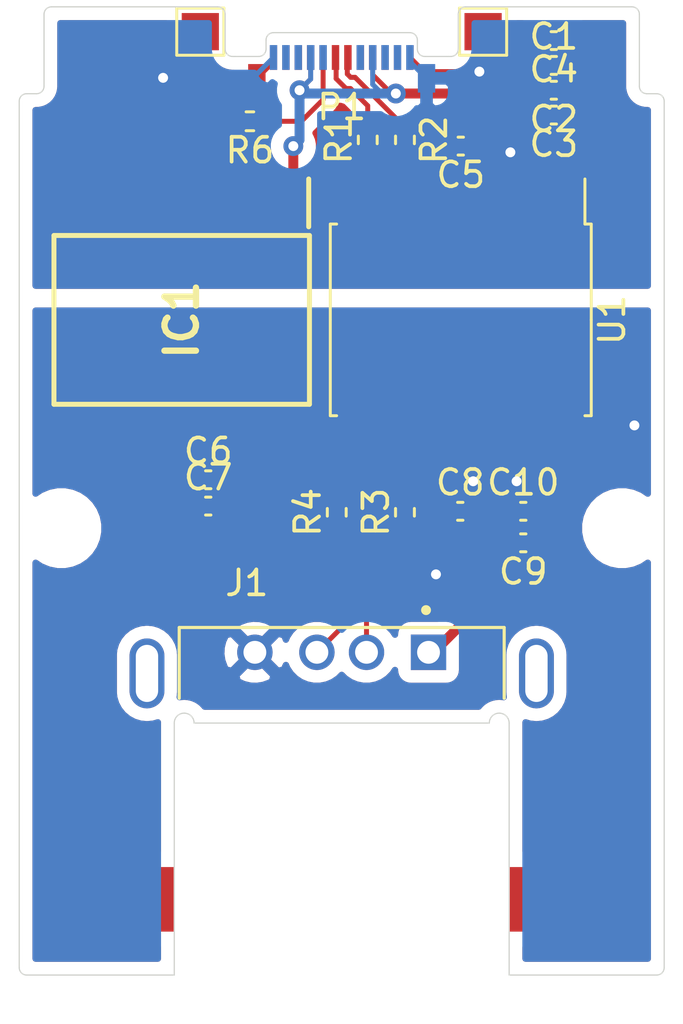
<source format=kicad_pcb>
(kicad_pcb (version 20171130) (host pcbnew "(5.1.10)-1")

  (general
    (thickness 0.8)
    (drawings 26)
    (tracks 129)
    (zones 0)
    (modules 23)
    (nets 21)
  )

  (page A4)
  (layers
    (0 F.Cu signal)
    (31 B.Cu signal)
    (32 B.Adhes user)
    (33 F.Adhes user)
    (34 B.Paste user)
    (35 F.Paste user)
    (36 B.SilkS user)
    (37 F.SilkS user hide)
    (38 B.Mask user hide)
    (39 F.Mask user hide)
    (40 Dwgs.User user)
    (41 Cmts.User user)
    (42 Eco1.User user hide)
    (43 Eco2.User user)
    (44 Edge.Cuts user)
    (45 Margin user)
    (46 B.CrtYd user)
    (47 F.CrtYd user)
    (48 B.Fab user)
    (49 F.Fab user hide)
  )

  (setup
    (last_trace_width 0.4)
    (user_trace_width 0.2)
    (user_trace_width 0.4)
    (trace_clearance 0.2)
    (zone_clearance 0.508)
    (zone_45_only no)
    (trace_min 0.2)
    (via_size 0.8)
    (via_drill 0.4)
    (via_min_size 0.4)
    (via_min_drill 0.3)
    (uvia_size 0.3)
    (uvia_drill 0.1)
    (uvias_allowed no)
    (uvia_min_size 0.2)
    (uvia_min_drill 0.1)
    (edge_width 0.05)
    (segment_width 0.2)
    (pcb_text_width 0.3)
    (pcb_text_size 1.5 1.5)
    (mod_edge_width 0.12)
    (mod_text_size 1 1)
    (mod_text_width 0.15)
    (pad_size 1.524 1.524)
    (pad_drill 0.762)
    (pad_to_mask_clearance 0)
    (aux_axis_origin 0 0)
    (visible_elements 7FFFFFFF)
    (pcbplotparams
      (layerselection 0x010fc_ffffffff)
      (usegerberextensions false)
      (usegerberattributes true)
      (usegerberadvancedattributes true)
      (creategerberjobfile true)
      (excludeedgelayer true)
      (linewidth 0.100000)
      (plotframeref false)
      (viasonmask false)
      (mode 1)
      (useauxorigin false)
      (hpglpennumber 1)
      (hpglpenspeed 20)
      (hpglpendiameter 15.000000)
      (psnegative false)
      (psa4output false)
      (plotreference true)
      (plotvalue true)
      (plotinvisibletext false)
      (padsonsilk false)
      (subtractmaskfromsilk false)
      (outputformat 1)
      (mirror false)
      (drillshape 0)
      (scaleselection 1)
      (outputdirectory "C:/Users/Josh/Documents/ExpansionCards-main/Design Files/USB-C to Opto isolated USB-A/SMT Assembly Files/"))
  )

  (net 0 "")
  (net 1 VCC)
  (net 2 GND)
  (net 3 "Net-(C5-Pad1)")
  (net 4 GNDD)
  (net 5 VCCQ)
  (net 6 "Net-(C8-Pad1)")
  (net 7 "Net-(IC1-Pad3)")
  (net 8 "Net-(IC1-Pad4)")
  (net 9 "Net-(IC1-Pad5)")
  (net 10 "Net-(IC1-Pad11)")
  (net 11 "Net-(IC1-Pad12)")
  (net 12 "Net-(IC1-Pad14)")
  (net 13 "Net-(P1-PadB5)")
  (net 14 "Net-(P1-PadA5)")
  (net 15 D+)
  (net 16 D-)
  (net 17 DD-)
  (net 18 DD+)
  (net 19 /DDN)
  (net 20 /DDP)

  (net_class Default "This is the default net class."
    (clearance 0.2)
    (trace_width 0.25)
    (via_dia 0.8)
    (via_drill 0.4)
    (uvia_dia 0.3)
    (uvia_drill 0.1)
    (add_net /DDN)
    (add_net /DDP)
    (add_net D+)
    (add_net D-)
    (add_net DD+)
    (add_net DD-)
    (add_net GND)
    (add_net GNDD)
    (add_net "Net-(C5-Pad1)")
    (add_net "Net-(C8-Pad1)")
    (add_net "Net-(IC1-Pad11)")
    (add_net "Net-(IC1-Pad12)")
    (add_net "Net-(IC1-Pad14)")
    (add_net "Net-(IC1-Pad3)")
    (add_net "Net-(IC1-Pad4)")
    (add_net "Net-(IC1-Pad5)")
    (add_net "Net-(P1-PadA5)")
    (add_net "Net-(P1-PadB5)")
    (add_net VCC)
    (add_net VCCQ)
  )

  (module TestPoint:TestPoint_Pad_1.5x1.5mm (layer F.Cu) (tedit 5A0F774F) (tstamp 6291F5AF)
    (at 158.4 73.39)
    (descr "SMD rectangular pad as test Point, square 1.5mm side length")
    (tags "test point SMD pad rectangle square")
    (path /60A9B29C)
    (attr virtual)
    (fp_text reference TP3 (at 0 -1.648) (layer F.SilkS) hide
      (effects (font (size 1 1) (thickness 0.15)))
    )
    (fp_text value TestPoint (at 0 -2.778) (layer F.Fab)
      (effects (font (size 0.5 0.5) (thickness 0.075)))
    )
    (fp_line (start -0.95 -0.95) (end 0.95 -0.95) (layer F.SilkS) (width 0.12))
    (fp_line (start 0.95 -0.95) (end 0.95 0.95) (layer F.SilkS) (width 0.12))
    (fp_line (start 0.95 0.95) (end -0.95 0.95) (layer F.SilkS) (width 0.12))
    (fp_line (start -0.95 0.95) (end -0.95 -0.95) (layer F.SilkS) (width 0.12))
    (fp_line (start -1.25 -1.25) (end 1.25 -1.25) (layer F.CrtYd) (width 0.05))
    (fp_line (start -1.25 -1.25) (end -1.25 1.25) (layer F.CrtYd) (width 0.05))
    (fp_line (start 1.25 1.25) (end 1.25 -1.25) (layer F.CrtYd) (width 0.05))
    (fp_line (start 1.25 1.25) (end -1.25 1.25) (layer F.CrtYd) (width 0.05))
    (fp_text user %R (at 0 0.016) (layer F.Fab)
      (effects (font (size 0.5 0.5) (thickness 0.075)))
    )
    (pad 1 smd rect (at 0 0) (size 1.5 1.5) (layers F.Cu F.Mask))
  )

  (module TestPoint:TestPoint_Pad_1.5x1.5mm (layer F.Cu) (tedit 5A0F774F) (tstamp 6291F5A2)
    (at 147 73.39)
    (descr "SMD rectangular pad as test Point, square 1.5mm side length")
    (tags "test point SMD pad rectangle square")
    (path /60A3AF50)
    (attr virtual)
    (fp_text reference TP1 (at 0 -1.648) (layer F.SilkS) hide
      (effects (font (size 1 1) (thickness 0.15)))
    )
    (fp_text value TestPoint (at 0.066 -2.778) (layer F.Fab)
      (effects (font (size 0.5 0.5) (thickness 0.075)))
    )
    (fp_line (start -0.95 -0.95) (end 0.95 -0.95) (layer F.SilkS) (width 0.12))
    (fp_line (start 0.95 -0.95) (end 0.95 0.95) (layer F.SilkS) (width 0.12))
    (fp_line (start 0.95 0.95) (end -0.95 0.95) (layer F.SilkS) (width 0.12))
    (fp_line (start -0.95 0.95) (end -0.95 -0.95) (layer F.SilkS) (width 0.12))
    (fp_line (start -1.25 -1.25) (end 1.25 -1.25) (layer F.CrtYd) (width 0.05))
    (fp_line (start -1.25 -1.25) (end -1.25 1.25) (layer F.CrtYd) (width 0.05))
    (fp_line (start 1.25 1.25) (end 1.25 -1.25) (layer F.CrtYd) (width 0.05))
    (fp_line (start 1.25 1.25) (end -1.25 1.25) (layer F.CrtYd) (width 0.05))
    (fp_text user %R (at 0.066 0.016) (layer F.Fab)
      (effects (font (size 0.5 0.5) (thickness 0.075)))
    )
    (pad 1 smd rect (at 0 0) (size 1.5 1.5) (layers F.Cu F.Mask))
  )

  (module "SnapEDA Library:MOLEX_48258-0001" (layer F.Cu) (tedit 6291F513) (tstamp 62926449)
    (at 156.2 98.39)
    (path /61CA730F)
    (fp_text reference J1 (at -7.324775 -2.791395) (layer F.SilkS)
      (effects (font (size 1.005016 1.005016) (thickness 0.15)))
    )
    (fp_text value USB_A (at -0.29622 14.23912) (layer F.Fab)
      (effects (font (size 1.006268 1.006268) (thickness 0.15)))
    )
    (fp_line (start -10.05 -1) (end 3.05 -1) (layer F.Fab) (width 0.127))
    (fp_line (start 3.05 -1) (end 3.05 12.35) (layer F.Fab) (width 0.127))
    (fp_line (start 3.05 12.35) (end 3.05 12.56) (layer F.Fab) (width 0.127))
    (fp_line (start -10.05 12.58) (end -10.05 12.56) (layer F.Fab) (width 0.127))
    (fp_line (start -10.05 12.56) (end -10.05 -1) (layer F.Fab) (width 0.127))
    (fp_line (start -9.6 13) (end 2.6 13) (layer F.Fab) (width 0.127))
    (fp_line (start -12.6 -1.25) (end 5.6 -1.25) (layer F.CrtYd) (width 0.05))
    (fp_line (start 3.4 8.4) (end 5.9 8.4) (layer F.CrtYd) (width 0.05))
    (fp_line (start 5.9 8.4) (end 5.9 11.5) (layer F.CrtYd) (width 0.05))
    (fp_line (start 5.9 11.5) (end 3.75 11.5) (layer F.CrtYd) (width 0.05))
    (fp_line (start 3.75 11.5) (end 3.75 13.25) (layer F.CrtYd) (width 0.05))
    (fp_line (start 3.75 13.25) (end -10.75 13.25) (layer F.CrtYd) (width 0.05))
    (fp_line (start -10.75 13.25) (end -10.75 11.5) (layer F.CrtYd) (width 0.05))
    (fp_line (start -10.75 11.5) (end -12.9 11.5) (layer F.CrtYd) (width 0.05))
    (fp_line (start -12.9 11.5) (end -12.9 8.4) (layer F.CrtYd) (width 0.05))
    (fp_line (start -12.9 8.4) (end -10.5 8.4) (layer F.CrtYd) (width 0.05))
    (fp_line (start -10.05 -1) (end 3.05 -1) (layer F.SilkS) (width 0.127))
    (fp_circle (center -0.1 -1.7) (end 0 -1.7) (layer F.SilkS) (width 0.2))
    (fp_line (start -12.6 -1.25) (end -12.6 2.75) (layer F.CrtYd) (width 0.05))
    (fp_line (start -12.6 2.75) (end -10.5 2.75) (layer F.CrtYd) (width 0.05))
    (fp_line (start -10.5 2.75) (end -10.5 8.4) (layer F.CrtYd) (width 0.05))
    (fp_line (start 5.6 -1.25) (end 5.6 2.75) (layer F.CrtYd) (width 0.05))
    (fp_line (start 5.6 2.75) (end 3.5 2.75) (layer F.CrtYd) (width 0.05))
    (fp_line (start 3.5 2.75) (end 3.5 8.401) (layer F.CrtYd) (width 0.05))
    (fp_line (start 3.5 8.401) (end 3.401 8.401) (layer F.CrtYd) (width 0.05))
    (fp_line (start -9.45 2.85) (end 2.45 2.85) (layer Edge.Cuts) (width 0.05))
    (fp_line (start -10.25 2.85) (end -10.25 13) (layer Edge.Cuts) (width 0.05))
    (fp_line (start 3.25 2.85) (end 3.25 13) (layer Edge.Cuts) (width 0.05))
    (fp_line (start 2.6 13) (end 9 13) (layer F.Fab) (width 0.127))
    (fp_line (start -10.05 -1) (end -10.05 1.85) (layer F.SilkS) (width 0.127))
    (fp_line (start 3.05 -1) (end 3.05 1.85) (layer F.SilkS) (width 0.127))
    (fp_arc (start -10.495 12.555) (end -10.5 13) (angle -90) (layer F.Fab) (width 0.127))
    (fp_arc (start 3.49 12.55) (end 3.05 12.55) (angle -90) (layer F.Fab) (width 0.127))
    (fp_arc (start -10.105 12.885) (end -9.6 13) (angle -90) (layer F.Fab) (width 0.127))
    (fp_arc (start 3.15 12.9) (end 3.05 12.35) (angle -90) (layer F.Fab) (width 0.127))
    (fp_arc (start 2.85 2.85) (end 2.85 2.45) (angle -90) (layer Edge.Cuts) (width 0.05))
    (fp_arc (start 2.85 2.85) (end 3.25 2.85) (angle -90) (layer Edge.Cuts) (width 0.05))
    (fp_arc (start -9.85 2.85) (end -9.85 2.45) (angle -90) (layer Edge.Cuts) (width 0.05))
    (fp_arc (start -9.85 2.85) (end -9.45 2.85) (angle -90) (layer Edge.Cuts) (width 0.05))
    (fp_text user "PCB EDGE" (at 3.50286 14.3617) (layer F.Fab)
      (effects (font (size 0.630435 0.630435) (thickness 0.15)))
    )
    (pad 1 thru_hole rect (at 0 0) (size 1.428 1.428) (drill 0.92) (layers *.Cu *.Mask)
      (net 5 VCCQ))
    (pad 2 thru_hole circle (at -2.5 0) (size 1.428 1.428) (drill 0.92) (layers *.Cu *.Mask)
      (net 17 DD-))
    (pad 3 thru_hole circle (at -4.5 0) (size 1.428 1.428) (drill 0.92) (layers *.Cu *.Mask)
      (net 18 DD+))
    (pad 4 thru_hole circle (at -7 0) (size 1.428 1.428) (drill 0.92) (layers *.Cu *.Mask)
      (net 4 GNDD))
    (pad SH1 smd rect (at -11.45 9.95) (size 2.4 2.6) (layers F.Cu F.Paste F.Mask))
    (pad SH2 smd rect (at 4.45 9.95) (size 2.4 2.6) (layers F.Cu F.Paste F.Mask))
    (pad SH3 thru_hole oval (at -11.35 0.85) (size 1.408 2.816) (drill oval 0.9 2.3) (layers *.Cu *.Mask))
    (pad SH4 thru_hole oval (at 4.35 0.85) (size 1.408 2.816) (drill oval 0.9 2.3) (layers *.Cu *.Mask))
  )

  (module MountingHole:MountingHole_2.2mm_M2 (layer F.Cu) (tedit 56D1B4CB) (tstamp 61C7EFDC)
    (at 164 93.39)
    (descr "Mounting Hole 2.2mm, no annular, M2")
    (tags "mounting hole 2.2mm no annular m2")
    (path /5FDB2FCE)
    (attr virtual)
    (fp_text reference H2 (at 0.0125 -1.974) (layer F.SilkS) hide
      (effects (font (size 0.5842 0.5842) (thickness 0.1016)))
    )
    (fp_text value MountingHole (at 0 3.2) (layer F.Fab)
      (effects (font (size 1 1) (thickness 0.15)))
    )
    (fp_circle (center 0 0) (end 2.2 0) (layer Cmts.User) (width 0.15))
    (fp_circle (center 0 0) (end 2.45 0) (layer F.CrtYd) (width 0.05))
    (fp_text user %R (at 0.3 0) (layer F.Fab)
      (effects (font (size 1 1) (thickness 0.15)))
    )
    (pad 1 np_thru_hole circle (at 0 0) (size 2.2 2.2) (drill 2.2) (layers *.Cu *.Mask))
  )

  (module MountingHole:MountingHole_2.2mm_M2 (layer F.Cu) (tedit 56D1B4CB) (tstamp 61C7EFD5)
    (at 141.4 93.39)
    (descr "Mounting Hole 2.2mm, no annular, M2")
    (tags "mounting hole 2.2mm no annular m2")
    (path /5FDB1A76)
    (attr virtual)
    (fp_text reference H1 (at 0.0225 -1.974) (layer F.SilkS) hide
      (effects (font (size 0.5842 0.5842) (thickness 0.1016)))
    )
    (fp_text value MountingHole (at 0 3.2) (layer F.Fab)
      (effects (font (size 1 1) (thickness 0.15)))
    )
    (fp_circle (center 0 0) (end 2.2 0) (layer Cmts.User) (width 0.15))
    (fp_circle (center 0 0) (end 2.45 0) (layer F.CrtYd) (width 0.05))
    (fp_text user %R (at 0.3 0) (layer F.Fab)
      (effects (font (size 1 1) (thickness 0.15)))
    )
    (pad 1 np_thru_hole circle (at 0 0) (size 2.2 2.2) (drill 2.2) (layers *.Cu *.Mask))
  )

  (module Package_SO:SOIC-16W_7.5x10.3mm_P1.27mm (layer F.Cu) (tedit 5D9F72B1) (tstamp 61C7F659)
    (at 157.5 85 270)
    (descr "SOIC, 16 Pin (JEDEC MS-013AA, https://www.analog.com/media/en/package-pcb-resources/package/pkg_pdf/soic_wide-rw/rw_16.pdf), generated with kicad-footprint-generator ipc_gullwing_generator.py")
    (tags "SOIC SO")
    (path /61C6FE2E)
    (attr smd)
    (fp_text reference U1 (at 0 -6.1 90) (layer F.SilkS)
      (effects (font (size 1 1) (thickness 0.15)))
    )
    (fp_text value ADUM4160 (at 0 6.1 90) (layer F.Fab)
      (effects (font (size 1 1) (thickness 0.15)))
    )
    (fp_line (start 0 5.26) (end 3.86 5.26) (layer F.SilkS) (width 0.12))
    (fp_line (start 3.86 5.26) (end 3.86 5.005) (layer F.SilkS) (width 0.12))
    (fp_line (start 0 5.26) (end -3.86 5.26) (layer F.SilkS) (width 0.12))
    (fp_line (start -3.86 5.26) (end -3.86 5.005) (layer F.SilkS) (width 0.12))
    (fp_line (start 0 -5.26) (end 3.86 -5.26) (layer F.SilkS) (width 0.12))
    (fp_line (start 3.86 -5.26) (end 3.86 -5.005) (layer F.SilkS) (width 0.12))
    (fp_line (start 0 -5.26) (end -3.86 -5.26) (layer F.SilkS) (width 0.12))
    (fp_line (start -3.86 -5.26) (end -3.86 -5.005) (layer F.SilkS) (width 0.12))
    (fp_line (start -3.86 -5.005) (end -5.675 -5.005) (layer F.SilkS) (width 0.12))
    (fp_line (start -2.75 -5.15) (end 3.75 -5.15) (layer F.Fab) (width 0.1))
    (fp_line (start 3.75 -5.15) (end 3.75 5.15) (layer F.Fab) (width 0.1))
    (fp_line (start 3.75 5.15) (end -3.75 5.15) (layer F.Fab) (width 0.1))
    (fp_line (start -3.75 5.15) (end -3.75 -4.15) (layer F.Fab) (width 0.1))
    (fp_line (start -3.75 -4.15) (end -2.75 -5.15) (layer F.Fab) (width 0.1))
    (fp_line (start -5.93 -5.4) (end -5.93 5.4) (layer F.CrtYd) (width 0.05))
    (fp_line (start -5.93 5.4) (end 5.93 5.4) (layer F.CrtYd) (width 0.05))
    (fp_line (start 5.93 5.4) (end 5.93 -5.4) (layer F.CrtYd) (width 0.05))
    (fp_line (start 5.93 -5.4) (end -5.93 -5.4) (layer F.CrtYd) (width 0.05))
    (fp_text user %R (at 0 0 90) (layer F.Fab)
      (effects (font (size 1 1) (thickness 0.15)))
    )
    (pad 1 smd roundrect (at -4.65 -4.445 270) (size 2.05 0.6) (layers F.Cu F.Paste F.Mask) (roundrect_rratio 0.25)
      (net 1 VCC))
    (pad 2 smd roundrect (at -4.65 -3.175 270) (size 2.05 0.6) (layers F.Cu F.Paste F.Mask) (roundrect_rratio 0.25)
      (net 2 GND))
    (pad 3 smd roundrect (at -4.65 -1.905 270) (size 2.05 0.6) (layers F.Cu F.Paste F.Mask) (roundrect_rratio 0.25)
      (net 3 "Net-(C5-Pad1)"))
    (pad 4 smd roundrect (at -4.65 -0.635 270) (size 2.05 0.6) (layers F.Cu F.Paste F.Mask) (roundrect_rratio 0.25)
      (net 3 "Net-(C5-Pad1)"))
    (pad 5 smd roundrect (at -4.65 0.635 270) (size 2.05 0.6) (layers F.Cu F.Paste F.Mask) (roundrect_rratio 0.25)
      (net 2 GND))
    (pad 6 smd roundrect (at -4.65 1.905 270) (size 2.05 0.6) (layers F.Cu F.Paste F.Mask) (roundrect_rratio 0.25)
      (net 16 D-))
    (pad 7 smd roundrect (at -4.65 3.175 270) (size 2.05 0.6) (layers F.Cu F.Paste F.Mask) (roundrect_rratio 0.25)
      (net 15 D+))
    (pad 8 smd roundrect (at -4.65 4.445 270) (size 2.05 0.6) (layers F.Cu F.Paste F.Mask) (roundrect_rratio 0.25)
      (net 2 GND))
    (pad 9 smd roundrect (at 4.65 4.445 270) (size 2.05 0.6) (layers F.Cu F.Paste F.Mask) (roundrect_rratio 0.25)
      (net 4 GNDD))
    (pad 10 smd roundrect (at 4.65 3.175 270) (size 2.05 0.6) (layers F.Cu F.Paste F.Mask) (roundrect_rratio 0.25)
      (net 20 /DDP))
    (pad 11 smd roundrect (at 4.65 1.905 270) (size 2.05 0.6) (layers F.Cu F.Paste F.Mask) (roundrect_rratio 0.25)
      (net 19 /DDN))
    (pad 12 smd roundrect (at 4.65 0.635 270) (size 2.05 0.6) (layers F.Cu F.Paste F.Mask) (roundrect_rratio 0.25)
      (net 6 "Net-(C8-Pad1)"))
    (pad 13 smd roundrect (at 4.65 -0.635 270) (size 2.05 0.6) (layers F.Cu F.Paste F.Mask) (roundrect_rratio 0.25)
      (net 4 GNDD))
    (pad 14 smd roundrect (at 4.65 -1.905 270) (size 2.05 0.6) (layers F.Cu F.Paste F.Mask) (roundrect_rratio 0.25)
      (net 6 "Net-(C8-Pad1)"))
    (pad 15 smd roundrect (at 4.65 -3.175 270) (size 2.05 0.6) (layers F.Cu F.Paste F.Mask) (roundrect_rratio 0.25)
      (net 4 GNDD))
    (pad 16 smd roundrect (at 4.65 -4.445 270) (size 2.05 0.6) (layers F.Cu F.Paste F.Mask) (roundrect_rratio 0.25)
      (net 5 VCCQ))
    (model ${KISYS3DMOD}/Package_SO.3dshapes/SOIC-16W_7.5x10.3mm_P1.27mm.wrl
      (at (xyz 0 0 0))
      (scale (xyz 1 1 1))
      (rotate (xyz 0 0 0))
    )
  )

  (module SamacSys_Parts:SOIC127P1032X265-16N (layer F.Cu) (tedit 0) (tstamp 61C7F583)
    (at 146.25 85 270)
    (descr "RW-16 (SOIC)")
    (tags "Integrated Circuit")
    (path /61C7A64A)
    (attr smd)
    (fp_text reference IC1 (at 0 0 90) (layer F.SilkS)
      (effects (font (size 1.27 1.27) (thickness 0.254)))
    )
    (fp_text value ADUM5000ARWZ (at 0 0 90) (layer F.SilkS) hide
      (effects (font (size 1.27 1.27) (thickness 0.254)))
    )
    (fp_line (start -5.925 -5.5) (end 5.925 -5.5) (layer F.CrtYd) (width 0.05))
    (fp_line (start 5.925 -5.5) (end 5.925 5.5) (layer F.CrtYd) (width 0.05))
    (fp_line (start 5.925 5.5) (end -5.925 5.5) (layer F.CrtYd) (width 0.05))
    (fp_line (start -5.925 5.5) (end -5.925 -5.5) (layer F.CrtYd) (width 0.05))
    (fp_line (start -3.75 -5.15) (end 3.75 -5.15) (layer F.Fab) (width 0.1))
    (fp_line (start 3.75 -5.15) (end 3.75 5.15) (layer F.Fab) (width 0.1))
    (fp_line (start 3.75 5.15) (end -3.75 5.15) (layer F.Fab) (width 0.1))
    (fp_line (start -3.75 5.15) (end -3.75 -5.15) (layer F.Fab) (width 0.1))
    (fp_line (start -3.75 -3.88) (end -2.48 -5.15) (layer F.Fab) (width 0.1))
    (fp_line (start -3.4 -5.15) (end 3.4 -5.15) (layer F.SilkS) (width 0.2))
    (fp_line (start 3.4 -5.15) (end 3.4 5.15) (layer F.SilkS) (width 0.2))
    (fp_line (start 3.4 5.15) (end -3.4 5.15) (layer F.SilkS) (width 0.2))
    (fp_line (start -3.4 5.15) (end -3.4 -5.15) (layer F.SilkS) (width 0.2))
    (fp_line (start -5.675 -5.12) (end -3.75 -5.12) (layer F.SilkS) (width 0.2))
    (fp_text user %R (at 0 0 90) (layer F.Fab)
      (effects (font (size 1.27 1.27) (thickness 0.254)))
    )
    (pad 1 smd rect (at -4.712 -4.445) (size 0.65 1.925) (layers F.Cu F.Paste F.Mask)
      (net 1 VCC))
    (pad 2 smd rect (at -4.712 -3.175) (size 0.65 1.925) (layers F.Cu F.Paste F.Mask)
      (net 2 GND))
    (pad 3 smd rect (at -4.712 -1.905) (size 0.65 1.925) (layers F.Cu F.Paste F.Mask)
      (net 7 "Net-(IC1-Pad3)"))
    (pad 4 smd rect (at -4.712 -0.635) (size 0.65 1.925) (layers F.Cu F.Paste F.Mask)
      (net 8 "Net-(IC1-Pad4)"))
    (pad 5 smd rect (at -4.712 0.635) (size 0.65 1.925) (layers F.Cu F.Paste F.Mask)
      (net 9 "Net-(IC1-Pad5)"))
    (pad 6 smd rect (at -4.712 1.905) (size 0.65 1.925) (layers F.Cu F.Paste F.Mask)
      (net 1 VCC))
    (pad 7 smd rect (at -4.712 3.175) (size 0.65 1.925) (layers F.Cu F.Paste F.Mask)
      (net 1 VCC))
    (pad 8 smd rect (at -4.712 4.445) (size 0.65 1.925) (layers F.Cu F.Paste F.Mask)
      (net 2 GND))
    (pad 9 smd rect (at 4.712 4.445) (size 0.65 1.925) (layers F.Cu F.Paste F.Mask)
      (net 4 GNDD))
    (pad 10 smd rect (at 4.712 3.175) (size 0.65 1.925) (layers F.Cu F.Paste F.Mask)
      (net 5 VCCQ))
    (pad 11 smd rect (at 4.712 1.905) (size 0.65 1.925) (layers F.Cu F.Paste F.Mask)
      (net 10 "Net-(IC1-Pad11)"))
    (pad 12 smd rect (at 4.712 0.635) (size 0.65 1.925) (layers F.Cu F.Paste F.Mask)
      (net 11 "Net-(IC1-Pad12)"))
    (pad 13 smd rect (at 4.712 -0.635) (size 0.65 1.925) (layers F.Cu F.Paste F.Mask)
      (net 5 VCCQ))
    (pad 14 smd rect (at 4.712 -1.905) (size 0.65 1.925) (layers F.Cu F.Paste F.Mask)
      (net 12 "Net-(IC1-Pad14)"))
    (pad 15 smd rect (at 4.712 -3.175) (size 0.65 1.925) (layers F.Cu F.Paste F.Mask)
      (net 4 GNDD))
    (pad 16 smd rect (at 4.712 -4.445) (size 0.65 1.925) (layers F.Cu F.Paste F.Mask)
      (net 5 VCCQ))
    (model "C:\\Users\\Josh\\Documents\\KiCad Footprint\\SamacSys_Parts.3dshapes\\ADUM5000ARWZ.stp"
      (at (xyz 0 0 0))
      (scale (xyz 1 1 1))
      (rotate (xyz 0 0 0))
    )
  )

  (module Capacitor_SMD:C_0402_1005Metric (layer F.Cu) (tedit 5F68FEEE) (tstamp 61C7F4C7)
    (at 161.25 74.75)
    (descr "Capacitor SMD 0402 (1005 Metric), square (rectangular) end terminal, IPC_7351 nominal, (Body size source: IPC-SM-782 page 76, https://www.pcb-3d.com/wordpress/wp-content/uploads/ipc-sm-782a_amendment_1_and_2.pdf), generated with kicad-footprint-generator")
    (tags capacitor)
    (path /61C7BAB7)
    (attr smd)
    (fp_text reference C1 (at 0 -1.16) (layer F.SilkS)
      (effects (font (size 1 1) (thickness 0.15)))
    )
    (fp_text value 10uF (at 0 1.16) (layer F.Fab)
      (effects (font (size 1 1) (thickness 0.15)))
    )
    (fp_line (start 0.91 0.46) (end -0.91 0.46) (layer F.CrtYd) (width 0.05))
    (fp_line (start 0.91 -0.46) (end 0.91 0.46) (layer F.CrtYd) (width 0.05))
    (fp_line (start -0.91 -0.46) (end 0.91 -0.46) (layer F.CrtYd) (width 0.05))
    (fp_line (start -0.91 0.46) (end -0.91 -0.46) (layer F.CrtYd) (width 0.05))
    (fp_line (start -0.107836 0.36) (end 0.107836 0.36) (layer F.SilkS) (width 0.12))
    (fp_line (start -0.107836 -0.36) (end 0.107836 -0.36) (layer F.SilkS) (width 0.12))
    (fp_line (start 0.5 0.25) (end -0.5 0.25) (layer F.Fab) (width 0.1))
    (fp_line (start 0.5 -0.25) (end 0.5 0.25) (layer F.Fab) (width 0.1))
    (fp_line (start -0.5 -0.25) (end 0.5 -0.25) (layer F.Fab) (width 0.1))
    (fp_line (start -0.5 0.25) (end -0.5 -0.25) (layer F.Fab) (width 0.1))
    (fp_text user %R (at 0 0) (layer F.Fab)
      (effects (font (size 0.25 0.25) (thickness 0.04)))
    )
    (pad 2 smd roundrect (at 0.48 0) (size 0.56 0.62) (layers F.Cu F.Paste F.Mask) (roundrect_rratio 0.25)
      (net 1 VCC))
    (pad 1 smd roundrect (at -0.48 0) (size 0.56 0.62) (layers F.Cu F.Paste F.Mask) (roundrect_rratio 0.25)
      (net 2 GND))
    (model ${KISYS3DMOD}/Capacitor_SMD.3dshapes/C_0402_1005Metric.wrl
      (at (xyz 0 0 0))
      (scale (xyz 1 1 1))
      (rotate (xyz 0 0 0))
    )
  )

  (module Capacitor_SMD:C_0402_1005Metric (layer F.Cu) (tedit 5F68FEEE) (tstamp 61C7F4D8)
    (at 161.25 75.75 180)
    (descr "Capacitor SMD 0402 (1005 Metric), square (rectangular) end terminal, IPC_7351 nominal, (Body size source: IPC-SM-782 page 76, https://www.pcb-3d.com/wordpress/wp-content/uploads/ipc-sm-782a_amendment_1_and_2.pdf), generated with kicad-footprint-generator")
    (tags capacitor)
    (path /61C71B69)
    (attr smd)
    (fp_text reference C2 (at 0 -1.16) (layer F.SilkS)
      (effects (font (size 1 1) (thickness 0.15)))
    )
    (fp_text value 0.1uF (at 0 1.16) (layer F.Fab)
      (effects (font (size 1 1) (thickness 0.15)))
    )
    (fp_line (start 0.91 0.46) (end -0.91 0.46) (layer F.CrtYd) (width 0.05))
    (fp_line (start 0.91 -0.46) (end 0.91 0.46) (layer F.CrtYd) (width 0.05))
    (fp_line (start -0.91 -0.46) (end 0.91 -0.46) (layer F.CrtYd) (width 0.05))
    (fp_line (start -0.91 0.46) (end -0.91 -0.46) (layer F.CrtYd) (width 0.05))
    (fp_line (start -0.107836 0.36) (end 0.107836 0.36) (layer F.SilkS) (width 0.12))
    (fp_line (start -0.107836 -0.36) (end 0.107836 -0.36) (layer F.SilkS) (width 0.12))
    (fp_line (start 0.5 0.25) (end -0.5 0.25) (layer F.Fab) (width 0.1))
    (fp_line (start 0.5 -0.25) (end 0.5 0.25) (layer F.Fab) (width 0.1))
    (fp_line (start -0.5 -0.25) (end 0.5 -0.25) (layer F.Fab) (width 0.1))
    (fp_line (start -0.5 0.25) (end -0.5 -0.25) (layer F.Fab) (width 0.1))
    (fp_text user %R (at 0 0) (layer F.Fab)
      (effects (font (size 0.25 0.25) (thickness 0.04)))
    )
    (pad 2 smd roundrect (at 0.48 0 180) (size 0.56 0.62) (layers F.Cu F.Paste F.Mask) (roundrect_rratio 0.25)
      (net 2 GND))
    (pad 1 smd roundrect (at -0.48 0 180) (size 0.56 0.62) (layers F.Cu F.Paste F.Mask) (roundrect_rratio 0.25)
      (net 1 VCC))
    (model ${KISYS3DMOD}/Capacitor_SMD.3dshapes/C_0402_1005Metric.wrl
      (at (xyz 0 0 0))
      (scale (xyz 1 1 1))
      (rotate (xyz 0 0 0))
    )
  )

  (module Capacitor_SMD:C_0402_1005Metric (layer F.Cu) (tedit 5F68FEEE) (tstamp 61C7F4E9)
    (at 161.25 76.75 180)
    (descr "Capacitor SMD 0402 (1005 Metric), square (rectangular) end terminal, IPC_7351 nominal, (Body size source: IPC-SM-782 page 76, https://www.pcb-3d.com/wordpress/wp-content/uploads/ipc-sm-782a_amendment_1_and_2.pdf), generated with kicad-footprint-generator")
    (tags capacitor)
    (path /61C7C061)
    (attr smd)
    (fp_text reference C3 (at 0 -1.16) (layer F.SilkS)
      (effects (font (size 1 1) (thickness 0.15)))
    )
    (fp_text value 0.1uF (at 0 -1.27) (layer F.Fab)
      (effects (font (size 1 1) (thickness 0.15)))
    )
    (fp_line (start -0.5 0.25) (end -0.5 -0.25) (layer F.Fab) (width 0.1))
    (fp_line (start -0.5 -0.25) (end 0.5 -0.25) (layer F.Fab) (width 0.1))
    (fp_line (start 0.5 -0.25) (end 0.5 0.25) (layer F.Fab) (width 0.1))
    (fp_line (start 0.5 0.25) (end -0.5 0.25) (layer F.Fab) (width 0.1))
    (fp_line (start -0.107836 -0.36) (end 0.107836 -0.36) (layer F.SilkS) (width 0.12))
    (fp_line (start -0.107836 0.36) (end 0.107836 0.36) (layer F.SilkS) (width 0.12))
    (fp_line (start -0.91 0.46) (end -0.91 -0.46) (layer F.CrtYd) (width 0.05))
    (fp_line (start -0.91 -0.46) (end 0.91 -0.46) (layer F.CrtYd) (width 0.05))
    (fp_line (start 0.91 -0.46) (end 0.91 0.46) (layer F.CrtYd) (width 0.05))
    (fp_line (start 0.91 0.46) (end -0.91 0.46) (layer F.CrtYd) (width 0.05))
    (fp_text user %R (at 0 0) (layer F.Fab)
      (effects (font (size 0.25 0.25) (thickness 0.04)))
    )
    (pad 1 smd roundrect (at -0.48 0 180) (size 0.56 0.62) (layers F.Cu F.Paste F.Mask) (roundrect_rratio 0.25)
      (net 1 VCC))
    (pad 2 smd roundrect (at 0.48 0 180) (size 0.56 0.62) (layers F.Cu F.Paste F.Mask) (roundrect_rratio 0.25)
      (net 2 GND))
    (model ${KISYS3DMOD}/Capacitor_SMD.3dshapes/C_0402_1005Metric.wrl
      (at (xyz 0 0 0))
      (scale (xyz 1 1 1))
      (rotate (xyz 0 0 0))
    )
  )

  (module Capacitor_SMD:C_0402_1005Metric (layer F.Cu) (tedit 5F68FEEE) (tstamp 61C7F4FA)
    (at 161.25 73.75 180)
    (descr "Capacitor SMD 0402 (1005 Metric), square (rectangular) end terminal, IPC_7351 nominal, (Body size source: IPC-SM-782 page 76, https://www.pcb-3d.com/wordpress/wp-content/uploads/ipc-sm-782a_amendment_1_and_2.pdf), generated with kicad-footprint-generator")
    (tags capacitor)
    (path /61C83C49)
    (attr smd)
    (fp_text reference C4 (at 0 -1.16) (layer F.SilkS)
      (effects (font (size 1 1) (thickness 0.15)))
    )
    (fp_text value 0.1uF (at 0 1.16) (layer F.Fab)
      (effects (font (size 1 1) (thickness 0.15)))
    )
    (fp_line (start 0.91 0.46) (end -0.91 0.46) (layer F.CrtYd) (width 0.05))
    (fp_line (start 0.91 -0.46) (end 0.91 0.46) (layer F.CrtYd) (width 0.05))
    (fp_line (start -0.91 -0.46) (end 0.91 -0.46) (layer F.CrtYd) (width 0.05))
    (fp_line (start -0.91 0.46) (end -0.91 -0.46) (layer F.CrtYd) (width 0.05))
    (fp_line (start -0.107836 0.36) (end 0.107836 0.36) (layer F.SilkS) (width 0.12))
    (fp_line (start -0.107836 -0.36) (end 0.107836 -0.36) (layer F.SilkS) (width 0.12))
    (fp_line (start 0.5 0.25) (end -0.5 0.25) (layer F.Fab) (width 0.1))
    (fp_line (start 0.5 -0.25) (end 0.5 0.25) (layer F.Fab) (width 0.1))
    (fp_line (start -0.5 -0.25) (end 0.5 -0.25) (layer F.Fab) (width 0.1))
    (fp_line (start -0.5 0.25) (end -0.5 -0.25) (layer F.Fab) (width 0.1))
    (fp_text user %R (at 0 0) (layer F.Fab)
      (effects (font (size 0.25 0.25) (thickness 0.04)))
    )
    (pad 2 smd roundrect (at 0.48 0 180) (size 0.56 0.62) (layers F.Cu F.Paste F.Mask) (roundrect_rratio 0.25)
      (net 2 GND))
    (pad 1 smd roundrect (at -0.48 0 180) (size 0.56 0.62) (layers F.Cu F.Paste F.Mask) (roundrect_rratio 0.25)
      (net 1 VCC))
    (model ${KISYS3DMOD}/Capacitor_SMD.3dshapes/C_0402_1005Metric.wrl
      (at (xyz 0 0 0))
      (scale (xyz 1 1 1))
      (rotate (xyz 0 0 0))
    )
  )

  (module Capacitor_SMD:C_0402_1005Metric (layer F.Cu) (tedit 5F68FEEE) (tstamp 61C7F50B)
    (at 157.5 78 180)
    (descr "Capacitor SMD 0402 (1005 Metric), square (rectangular) end terminal, IPC_7351 nominal, (Body size source: IPC-SM-782 page 76, https://www.pcb-3d.com/wordpress/wp-content/uploads/ipc-sm-782a_amendment_1_and_2.pdf), generated with kicad-footprint-generator")
    (tags capacitor)
    (path /61C754A0)
    (attr smd)
    (fp_text reference C5 (at 0 -1.16) (layer F.SilkS)
      (effects (font (size 1 1) (thickness 0.15)))
    )
    (fp_text value 0.1uF (at 0 1.16) (layer F.Fab)
      (effects (font (size 1 1) (thickness 0.15)))
    )
    (fp_line (start -0.5 0.25) (end -0.5 -0.25) (layer F.Fab) (width 0.1))
    (fp_line (start -0.5 -0.25) (end 0.5 -0.25) (layer F.Fab) (width 0.1))
    (fp_line (start 0.5 -0.25) (end 0.5 0.25) (layer F.Fab) (width 0.1))
    (fp_line (start 0.5 0.25) (end -0.5 0.25) (layer F.Fab) (width 0.1))
    (fp_line (start -0.107836 -0.36) (end 0.107836 -0.36) (layer F.SilkS) (width 0.12))
    (fp_line (start -0.107836 0.36) (end 0.107836 0.36) (layer F.SilkS) (width 0.12))
    (fp_line (start -0.91 0.46) (end -0.91 -0.46) (layer F.CrtYd) (width 0.05))
    (fp_line (start -0.91 -0.46) (end 0.91 -0.46) (layer F.CrtYd) (width 0.05))
    (fp_line (start 0.91 -0.46) (end 0.91 0.46) (layer F.CrtYd) (width 0.05))
    (fp_line (start 0.91 0.46) (end -0.91 0.46) (layer F.CrtYd) (width 0.05))
    (fp_text user %R (at 0 0) (layer F.Fab)
      (effects (font (size 0.25 0.25) (thickness 0.04)))
    )
    (pad 1 smd roundrect (at -0.48 0 180) (size 0.56 0.62) (layers F.Cu F.Paste F.Mask) (roundrect_rratio 0.25)
      (net 3 "Net-(C5-Pad1)"))
    (pad 2 smd roundrect (at 0.48 0 180) (size 0.56 0.62) (layers F.Cu F.Paste F.Mask) (roundrect_rratio 0.25)
      (net 2 GND))
    (model ${KISYS3DMOD}/Capacitor_SMD.3dshapes/C_0402_1005Metric.wrl
      (at (xyz 0 0 0))
      (scale (xyz 1 1 1))
      (rotate (xyz 0 0 0))
    )
  )

  (module Capacitor_SMD:C_0402_1005Metric (layer F.Cu) (tedit 5F68FEEE) (tstamp 61C7F51C)
    (at 147.32 91.44)
    (descr "Capacitor SMD 0402 (1005 Metric), square (rectangular) end terminal, IPC_7351 nominal, (Body size source: IPC-SM-782 page 76, https://www.pcb-3d.com/wordpress/wp-content/uploads/ipc-sm-782a_amendment_1_and_2.pdf), generated with kicad-footprint-generator")
    (tags capacitor)
    (path /61C8E3F5)
    (attr smd)
    (fp_text reference C6 (at 0 -1.16) (layer F.SilkS)
      (effects (font (size 1 1) (thickness 0.15)))
    )
    (fp_text value 0.1uF (at 0 1.16) (layer F.Fab)
      (effects (font (size 1 1) (thickness 0.15)))
    )
    (fp_line (start 0.91 0.46) (end -0.91 0.46) (layer F.CrtYd) (width 0.05))
    (fp_line (start 0.91 -0.46) (end 0.91 0.46) (layer F.CrtYd) (width 0.05))
    (fp_line (start -0.91 -0.46) (end 0.91 -0.46) (layer F.CrtYd) (width 0.05))
    (fp_line (start -0.91 0.46) (end -0.91 -0.46) (layer F.CrtYd) (width 0.05))
    (fp_line (start -0.107836 0.36) (end 0.107836 0.36) (layer F.SilkS) (width 0.12))
    (fp_line (start -0.107836 -0.36) (end 0.107836 -0.36) (layer F.SilkS) (width 0.12))
    (fp_line (start 0.5 0.25) (end -0.5 0.25) (layer F.Fab) (width 0.1))
    (fp_line (start 0.5 -0.25) (end 0.5 0.25) (layer F.Fab) (width 0.1))
    (fp_line (start -0.5 -0.25) (end 0.5 -0.25) (layer F.Fab) (width 0.1))
    (fp_line (start -0.5 0.25) (end -0.5 -0.25) (layer F.Fab) (width 0.1))
    (fp_text user %R (at 0 0) (layer F.Fab)
      (effects (font (size 0.25 0.25) (thickness 0.04)))
    )
    (pad 2 smd roundrect (at 0.48 0) (size 0.56 0.62) (layers F.Cu F.Paste F.Mask) (roundrect_rratio 0.25)
      (net 4 GNDD))
    (pad 1 smd roundrect (at -0.48 0) (size 0.56 0.62) (layers F.Cu F.Paste F.Mask) (roundrect_rratio 0.25)
      (net 5 VCCQ))
    (model ${KISYS3DMOD}/Capacitor_SMD.3dshapes/C_0402_1005Metric.wrl
      (at (xyz 0 0 0))
      (scale (xyz 1 1 1))
      (rotate (xyz 0 0 0))
    )
  )

  (module Capacitor_SMD:C_0402_1005Metric (layer F.Cu) (tedit 5F68FEEE) (tstamp 61C7F52D)
    (at 147.32 92.5)
    (descr "Capacitor SMD 0402 (1005 Metric), square (rectangular) end terminal, IPC_7351 nominal, (Body size source: IPC-SM-782 page 76, https://www.pcb-3d.com/wordpress/wp-content/uploads/ipc-sm-782a_amendment_1_and_2.pdf), generated with kicad-footprint-generator")
    (tags capacitor)
    (path /61C88577)
    (attr smd)
    (fp_text reference C7 (at 0 -1.16) (layer F.SilkS)
      (effects (font (size 1 1) (thickness 0.15)))
    )
    (fp_text value 0.1uF (at 0 1.16) (layer F.Fab)
      (effects (font (size 1 1) (thickness 0.15)))
    )
    (fp_line (start -0.5 0.25) (end -0.5 -0.25) (layer F.Fab) (width 0.1))
    (fp_line (start -0.5 -0.25) (end 0.5 -0.25) (layer F.Fab) (width 0.1))
    (fp_line (start 0.5 -0.25) (end 0.5 0.25) (layer F.Fab) (width 0.1))
    (fp_line (start 0.5 0.25) (end -0.5 0.25) (layer F.Fab) (width 0.1))
    (fp_line (start -0.107836 -0.36) (end 0.107836 -0.36) (layer F.SilkS) (width 0.12))
    (fp_line (start -0.107836 0.36) (end 0.107836 0.36) (layer F.SilkS) (width 0.12))
    (fp_line (start -0.91 0.46) (end -0.91 -0.46) (layer F.CrtYd) (width 0.05))
    (fp_line (start -0.91 -0.46) (end 0.91 -0.46) (layer F.CrtYd) (width 0.05))
    (fp_line (start 0.91 -0.46) (end 0.91 0.46) (layer F.CrtYd) (width 0.05))
    (fp_line (start 0.91 0.46) (end -0.91 0.46) (layer F.CrtYd) (width 0.05))
    (fp_text user %R (at 0 0) (layer F.Fab)
      (effects (font (size 0.25 0.25) (thickness 0.04)))
    )
    (pad 1 smd roundrect (at -0.48 0) (size 0.56 0.62) (layers F.Cu F.Paste F.Mask) (roundrect_rratio 0.25)
      (net 5 VCCQ))
    (pad 2 smd roundrect (at 0.48 0) (size 0.56 0.62) (layers F.Cu F.Paste F.Mask) (roundrect_rratio 0.25)
      (net 4 GNDD))
    (model ${KISYS3DMOD}/Capacitor_SMD.3dshapes/C_0402_1005Metric.wrl
      (at (xyz 0 0 0))
      (scale (xyz 1 1 1))
      (rotate (xyz 0 0 0))
    )
  )

  (module Capacitor_SMD:C_0402_1005Metric (layer F.Cu) (tedit 5F68FEEE) (tstamp 61C7F53E)
    (at 157.48 92.71)
    (descr "Capacitor SMD 0402 (1005 Metric), square (rectangular) end terminal, IPC_7351 nominal, (Body size source: IPC-SM-782 page 76, https://www.pcb-3d.com/wordpress/wp-content/uploads/ipc-sm-782a_amendment_1_and_2.pdf), generated with kicad-footprint-generator")
    (tags capacitor)
    (path /61CA1CFC)
    (attr smd)
    (fp_text reference C8 (at 0 -1.16) (layer F.SilkS)
      (effects (font (size 1 1) (thickness 0.15)))
    )
    (fp_text value 0.1uF (at 0 1.16) (layer F.Fab)
      (effects (font (size 1 1) (thickness 0.15)))
    )
    (fp_line (start 0.91 0.46) (end -0.91 0.46) (layer F.CrtYd) (width 0.05))
    (fp_line (start 0.91 -0.46) (end 0.91 0.46) (layer F.CrtYd) (width 0.05))
    (fp_line (start -0.91 -0.46) (end 0.91 -0.46) (layer F.CrtYd) (width 0.05))
    (fp_line (start -0.91 0.46) (end -0.91 -0.46) (layer F.CrtYd) (width 0.05))
    (fp_line (start -0.107836 0.36) (end 0.107836 0.36) (layer F.SilkS) (width 0.12))
    (fp_line (start -0.107836 -0.36) (end 0.107836 -0.36) (layer F.SilkS) (width 0.12))
    (fp_line (start 0.5 0.25) (end -0.5 0.25) (layer F.Fab) (width 0.1))
    (fp_line (start 0.5 -0.25) (end 0.5 0.25) (layer F.Fab) (width 0.1))
    (fp_line (start -0.5 -0.25) (end 0.5 -0.25) (layer F.Fab) (width 0.1))
    (fp_line (start -0.5 0.25) (end -0.5 -0.25) (layer F.Fab) (width 0.1))
    (fp_text user %R (at 0 0) (layer F.Fab)
      (effects (font (size 0.25 0.25) (thickness 0.04)))
    )
    (pad 2 smd roundrect (at 0.48 0) (size 0.56 0.62) (layers F.Cu F.Paste F.Mask) (roundrect_rratio 0.25)
      (net 4 GNDD))
    (pad 1 smd roundrect (at -0.48 0) (size 0.56 0.62) (layers F.Cu F.Paste F.Mask) (roundrect_rratio 0.25)
      (net 6 "Net-(C8-Pad1)"))
    (model ${KISYS3DMOD}/Capacitor_SMD.3dshapes/C_0402_1005Metric.wrl
      (at (xyz 0 0 0))
      (scale (xyz 1 1 1))
      (rotate (xyz 0 0 0))
    )
  )

  (module Capacitor_SMD:C_0402_1005Metric (layer F.Cu) (tedit 5F68FEEE) (tstamp 61C7F54F)
    (at 160.02 93.98 180)
    (descr "Capacitor SMD 0402 (1005 Metric), square (rectangular) end terminal, IPC_7351 nominal, (Body size source: IPC-SM-782 page 76, https://www.pcb-3d.com/wordpress/wp-content/uploads/ipc-sm-782a_amendment_1_and_2.pdf), generated with kicad-footprint-generator")
    (tags capacitor)
    (path /61C8EA4A)
    (attr smd)
    (fp_text reference C9 (at 0 -1.16) (layer F.SilkS)
      (effects (font (size 1 1) (thickness 0.15)))
    )
    (fp_text value 10uF (at 0 1.16) (layer F.Fab)
      (effects (font (size 1 1) (thickness 0.15)))
    )
    (fp_line (start -0.5 0.25) (end -0.5 -0.25) (layer F.Fab) (width 0.1))
    (fp_line (start -0.5 -0.25) (end 0.5 -0.25) (layer F.Fab) (width 0.1))
    (fp_line (start 0.5 -0.25) (end 0.5 0.25) (layer F.Fab) (width 0.1))
    (fp_line (start 0.5 0.25) (end -0.5 0.25) (layer F.Fab) (width 0.1))
    (fp_line (start -0.107836 -0.36) (end 0.107836 -0.36) (layer F.SilkS) (width 0.12))
    (fp_line (start -0.107836 0.36) (end 0.107836 0.36) (layer F.SilkS) (width 0.12))
    (fp_line (start -0.91 0.46) (end -0.91 -0.46) (layer F.CrtYd) (width 0.05))
    (fp_line (start -0.91 -0.46) (end 0.91 -0.46) (layer F.CrtYd) (width 0.05))
    (fp_line (start 0.91 -0.46) (end 0.91 0.46) (layer F.CrtYd) (width 0.05))
    (fp_line (start 0.91 0.46) (end -0.91 0.46) (layer F.CrtYd) (width 0.05))
    (fp_text user %R (at 0 0) (layer F.Fab)
      (effects (font (size 0.25 0.25) (thickness 0.04)))
    )
    (pad 1 smd roundrect (at -0.48 0 180) (size 0.56 0.62) (layers F.Cu F.Paste F.Mask) (roundrect_rratio 0.25)
      (net 5 VCCQ))
    (pad 2 smd roundrect (at 0.48 0 180) (size 0.56 0.62) (layers F.Cu F.Paste F.Mask) (roundrect_rratio 0.25)
      (net 4 GNDD))
    (model ${KISYS3DMOD}/Capacitor_SMD.3dshapes/C_0402_1005Metric.wrl
      (at (xyz 0 0 0))
      (scale (xyz 1 1 1))
      (rotate (xyz 0 0 0))
    )
  )

  (module Capacitor_SMD:C_0402_1005Metric (layer F.Cu) (tedit 5F68FEEE) (tstamp 61C7F560)
    (at 160.02 92.71)
    (descr "Capacitor SMD 0402 (1005 Metric), square (rectangular) end terminal, IPC_7351 nominal, (Body size source: IPC-SM-782 page 76, https://www.pcb-3d.com/wordpress/wp-content/uploads/ipc-sm-782a_amendment_1_and_2.pdf), generated with kicad-footprint-generator")
    (tags capacitor)
    (path /61C9BD9B)
    (attr smd)
    (fp_text reference C10 (at 0 -1.16) (layer F.SilkS)
      (effects (font (size 1 1) (thickness 0.15)))
    )
    (fp_text value 0.1uF (at 0 1.16) (layer F.Fab)
      (effects (font (size 1 1) (thickness 0.15)))
    )
    (fp_line (start -0.5 0.25) (end -0.5 -0.25) (layer F.Fab) (width 0.1))
    (fp_line (start -0.5 -0.25) (end 0.5 -0.25) (layer F.Fab) (width 0.1))
    (fp_line (start 0.5 -0.25) (end 0.5 0.25) (layer F.Fab) (width 0.1))
    (fp_line (start 0.5 0.25) (end -0.5 0.25) (layer F.Fab) (width 0.1))
    (fp_line (start -0.107836 -0.36) (end 0.107836 -0.36) (layer F.SilkS) (width 0.12))
    (fp_line (start -0.107836 0.36) (end 0.107836 0.36) (layer F.SilkS) (width 0.12))
    (fp_line (start -0.91 0.46) (end -0.91 -0.46) (layer F.CrtYd) (width 0.05))
    (fp_line (start -0.91 -0.46) (end 0.91 -0.46) (layer F.CrtYd) (width 0.05))
    (fp_line (start 0.91 -0.46) (end 0.91 0.46) (layer F.CrtYd) (width 0.05))
    (fp_line (start 0.91 0.46) (end -0.91 0.46) (layer F.CrtYd) (width 0.05))
    (fp_text user %R (at 0 0) (layer F.Fab)
      (effects (font (size 0.25 0.25) (thickness 0.04)))
    )
    (pad 1 smd roundrect (at -0.48 0) (size 0.56 0.62) (layers F.Cu F.Paste F.Mask) (roundrect_rratio 0.25)
      (net 4 GNDD))
    (pad 2 smd roundrect (at 0.48 0) (size 0.56 0.62) (layers F.Cu F.Paste F.Mask) (roundrect_rratio 0.25)
      (net 5 VCCQ))
    (model ${KISYS3DMOD}/Capacitor_SMD.3dshapes/C_0402_1005Metric.wrl
      (at (xyz 0 0 0))
      (scale (xyz 1 1 1))
      (rotate (xyz 0 0 0))
    )
  )

  (module Resistor_SMD:R_0402_1005Metric (layer F.Cu) (tedit 5F68FEEE) (tstamp 61C7F5EE)
    (at 153.75 77.75 90)
    (descr "Resistor SMD 0402 (1005 Metric), square (rectangular) end terminal, IPC_7351 nominal, (Body size source: IPC-SM-782 page 72, https://www.pcb-3d.com/wordpress/wp-content/uploads/ipc-sm-782a_amendment_1_and_2.pdf), generated with kicad-footprint-generator")
    (tags resistor)
    (path /61C762F7)
    (attr smd)
    (fp_text reference R1 (at 0 -1.17 90) (layer F.SilkS)
      (effects (font (size 1 1) (thickness 0.15)))
    )
    (fp_text value 24R (at 0 -1.27 90) (layer F.Fab)
      (effects (font (size 1 1) (thickness 0.15)))
    )
    (fp_line (start -0.525 0.27) (end -0.525 -0.27) (layer F.Fab) (width 0.1))
    (fp_line (start -0.525 -0.27) (end 0.525 -0.27) (layer F.Fab) (width 0.1))
    (fp_line (start 0.525 -0.27) (end 0.525 0.27) (layer F.Fab) (width 0.1))
    (fp_line (start 0.525 0.27) (end -0.525 0.27) (layer F.Fab) (width 0.1))
    (fp_line (start -0.153641 -0.38) (end 0.153641 -0.38) (layer F.SilkS) (width 0.12))
    (fp_line (start -0.153641 0.38) (end 0.153641 0.38) (layer F.SilkS) (width 0.12))
    (fp_line (start -0.93 0.47) (end -0.93 -0.47) (layer F.CrtYd) (width 0.05))
    (fp_line (start -0.93 -0.47) (end 0.93 -0.47) (layer F.CrtYd) (width 0.05))
    (fp_line (start 0.93 -0.47) (end 0.93 0.47) (layer F.CrtYd) (width 0.05))
    (fp_line (start 0.93 0.47) (end -0.93 0.47) (layer F.CrtYd) (width 0.05))
    (fp_text user %R (at 0 0 90) (layer F.Fab)
      (effects (font (size 0.26 0.26) (thickness 0.04)))
    )
    (pad 1 smd roundrect (at -0.51 0 90) (size 0.54 0.64) (layers F.Cu F.Paste F.Mask) (roundrect_rratio 0.25)
      (net 15 D+))
    (pad 2 smd roundrect (at 0.51 0 90) (size 0.54 0.64) (layers F.Cu F.Paste F.Mask) (roundrect_rratio 0.25)
      (net 15 D+))
    (model ${KISYS3DMOD}/Resistor_SMD.3dshapes/R_0402_1005Metric.wrl
      (at (xyz 0 0 0))
      (scale (xyz 1 1 1))
      (rotate (xyz 0 0 0))
    )
  )

  (module Resistor_SMD:R_0402_1005Metric (layer F.Cu) (tedit 5F68FEEE) (tstamp 61C7F5FF)
    (at 155.25 77.75 270)
    (descr "Resistor SMD 0402 (1005 Metric), square (rectangular) end terminal, IPC_7351 nominal, (Body size source: IPC-SM-782 page 72, https://www.pcb-3d.com/wordpress/wp-content/uploads/ipc-sm-782a_amendment_1_and_2.pdf), generated with kicad-footprint-generator")
    (tags resistor)
    (path /61C769F9)
    (attr smd)
    (fp_text reference R2 (at 0 -1.17 90) (layer F.SilkS)
      (effects (font (size 1 1) (thickness 0.15)))
    )
    (fp_text value 24R (at 0 -1.27 90) (layer F.Fab)
      (effects (font (size 1 1) (thickness 0.15)))
    )
    (fp_line (start 0.93 0.47) (end -0.93 0.47) (layer F.CrtYd) (width 0.05))
    (fp_line (start 0.93 -0.47) (end 0.93 0.47) (layer F.CrtYd) (width 0.05))
    (fp_line (start -0.93 -0.47) (end 0.93 -0.47) (layer F.CrtYd) (width 0.05))
    (fp_line (start -0.93 0.47) (end -0.93 -0.47) (layer F.CrtYd) (width 0.05))
    (fp_line (start -0.153641 0.38) (end 0.153641 0.38) (layer F.SilkS) (width 0.12))
    (fp_line (start -0.153641 -0.38) (end 0.153641 -0.38) (layer F.SilkS) (width 0.12))
    (fp_line (start 0.525 0.27) (end -0.525 0.27) (layer F.Fab) (width 0.1))
    (fp_line (start 0.525 -0.27) (end 0.525 0.27) (layer F.Fab) (width 0.1))
    (fp_line (start -0.525 -0.27) (end 0.525 -0.27) (layer F.Fab) (width 0.1))
    (fp_line (start -0.525 0.27) (end -0.525 -0.27) (layer F.Fab) (width 0.1))
    (fp_text user %R (at 0 0 90) (layer F.Fab)
      (effects (font (size 0.26 0.26) (thickness 0.04)))
    )
    (pad 2 smd roundrect (at 0.51 0 270) (size 0.54 0.64) (layers F.Cu F.Paste F.Mask) (roundrect_rratio 0.25)
      (net 16 D-))
    (pad 1 smd roundrect (at -0.51 0 270) (size 0.54 0.64) (layers F.Cu F.Paste F.Mask) (roundrect_rratio 0.25)
      (net 16 D-))
    (model ${KISYS3DMOD}/Resistor_SMD.3dshapes/R_0402_1005Metric.wrl
      (at (xyz 0 0 0))
      (scale (xyz 1 1 1))
      (rotate (xyz 0 0 0))
    )
  )

  (module Resistor_SMD:R_0402_1005Metric (layer F.Cu) (tedit 5F68FEEE) (tstamp 61C7F610)
    (at 155.25 92.75 90)
    (descr "Resistor SMD 0402 (1005 Metric), square (rectangular) end terminal, IPC_7351 nominal, (Body size source: IPC-SM-782 page 72, https://www.pcb-3d.com/wordpress/wp-content/uploads/ipc-sm-782a_amendment_1_and_2.pdf), generated with kicad-footprint-generator")
    (tags resistor)
    (path /61CAF42D)
    (attr smd)
    (fp_text reference R3 (at 0 -1.17 90) (layer F.SilkS)
      (effects (font (size 1 1) (thickness 0.15)))
    )
    (fp_text value 24R (at 0 -1.27 90) (layer F.Fab)
      (effects (font (size 1 1) (thickness 0.15)))
    )
    (fp_line (start -0.525 0.27) (end -0.525 -0.27) (layer F.Fab) (width 0.1))
    (fp_line (start -0.525 -0.27) (end 0.525 -0.27) (layer F.Fab) (width 0.1))
    (fp_line (start 0.525 -0.27) (end 0.525 0.27) (layer F.Fab) (width 0.1))
    (fp_line (start 0.525 0.27) (end -0.525 0.27) (layer F.Fab) (width 0.1))
    (fp_line (start -0.153641 -0.38) (end 0.153641 -0.38) (layer F.SilkS) (width 0.12))
    (fp_line (start -0.153641 0.38) (end 0.153641 0.38) (layer F.SilkS) (width 0.12))
    (fp_line (start -0.93 0.47) (end -0.93 -0.47) (layer F.CrtYd) (width 0.05))
    (fp_line (start -0.93 -0.47) (end 0.93 -0.47) (layer F.CrtYd) (width 0.05))
    (fp_line (start 0.93 -0.47) (end 0.93 0.47) (layer F.CrtYd) (width 0.05))
    (fp_line (start 0.93 0.47) (end -0.93 0.47) (layer F.CrtYd) (width 0.05))
    (fp_text user %R (at 0 0 90) (layer F.Fab)
      (effects (font (size 0.26 0.26) (thickness 0.04)))
    )
    (pad 1 smd roundrect (at -0.51 0 90) (size 0.54 0.64) (layers F.Cu F.Paste F.Mask) (roundrect_rratio 0.25)
      (net 17 DD-))
    (pad 2 smd roundrect (at 0.51 0 90) (size 0.54 0.64) (layers F.Cu F.Paste F.Mask) (roundrect_rratio 0.25)
      (net 19 /DDN))
    (model ${KISYS3DMOD}/Resistor_SMD.3dshapes/R_0402_1005Metric.wrl
      (at (xyz 0 0 0))
      (scale (xyz 1 1 1))
      (rotate (xyz 0 0 0))
    )
  )

  (module Resistor_SMD:R_0402_1005Metric (layer F.Cu) (tedit 5F68FEEE) (tstamp 61C7F621)
    (at 152.5 92.75 90)
    (descr "Resistor SMD 0402 (1005 Metric), square (rectangular) end terminal, IPC_7351 nominal, (Body size source: IPC-SM-782 page 72, https://www.pcb-3d.com/wordpress/wp-content/uploads/ipc-sm-782a_amendment_1_and_2.pdf), generated with kicad-footprint-generator")
    (tags resistor)
    (path /61CB01D4)
    (attr smd)
    (fp_text reference R4 (at 0 -1.17 90) (layer F.SilkS)
      (effects (font (size 1 1) (thickness 0.15)))
    )
    (fp_text value 24R (at 0 -1.27 90) (layer F.Fab)
      (effects (font (size 1 1) (thickness 0.15)))
    )
    (fp_line (start 0.93 0.47) (end -0.93 0.47) (layer F.CrtYd) (width 0.05))
    (fp_line (start 0.93 -0.47) (end 0.93 0.47) (layer F.CrtYd) (width 0.05))
    (fp_line (start -0.93 -0.47) (end 0.93 -0.47) (layer F.CrtYd) (width 0.05))
    (fp_line (start -0.93 0.47) (end -0.93 -0.47) (layer F.CrtYd) (width 0.05))
    (fp_line (start -0.153641 0.38) (end 0.153641 0.38) (layer F.SilkS) (width 0.12))
    (fp_line (start -0.153641 -0.38) (end 0.153641 -0.38) (layer F.SilkS) (width 0.12))
    (fp_line (start 0.525 0.27) (end -0.525 0.27) (layer F.Fab) (width 0.1))
    (fp_line (start 0.525 -0.27) (end 0.525 0.27) (layer F.Fab) (width 0.1))
    (fp_line (start -0.525 -0.27) (end 0.525 -0.27) (layer F.Fab) (width 0.1))
    (fp_line (start -0.525 0.27) (end -0.525 -0.27) (layer F.Fab) (width 0.1))
    (fp_text user %R (at 0 0 90) (layer F.Fab)
      (effects (font (size 0.26 0.26) (thickness 0.04)))
    )
    (pad 2 smd roundrect (at 0.51 0 90) (size 0.54 0.64) (layers F.Cu F.Paste F.Mask) (roundrect_rratio 0.25)
      (net 20 /DDP))
    (pad 1 smd roundrect (at -0.51 0 90) (size 0.54 0.64) (layers F.Cu F.Paste F.Mask) (roundrect_rratio 0.25)
      (net 18 DD+))
    (model ${KISYS3DMOD}/Resistor_SMD.3dshapes/R_0402_1005Metric.wrl
      (at (xyz 0 0 0))
      (scale (xyz 1 1 1))
      (rotate (xyz 0 0 0))
    )
  )

  (module Resistor_SMD:R_0402_1005Metric (layer F.Cu) (tedit 5F68FEEE) (tstamp 61C7FED6)
    (at 149 77 180)
    (descr "Resistor SMD 0402 (1005 Metric), square (rectangular) end terminal, IPC_7351 nominal, (Body size source: IPC-SM-782 page 72, https://www.pcb-3d.com/wordpress/wp-content/uploads/ipc-sm-782a_amendment_1_and_2.pdf), generated with kicad-footprint-generator")
    (tags resistor)
    (path /61CDF7F6)
    (attr smd)
    (fp_text reference R6 (at 0 -1.17) (layer F.SilkS)
      (effects (font (size 1 1) (thickness 0.15)))
    )
    (fp_text value 5.1K (at 0 1.17) (layer F.Fab)
      (effects (font (size 1 1) (thickness 0.15)))
    )
    (fp_line (start 0.93 0.47) (end -0.93 0.47) (layer F.CrtYd) (width 0.05))
    (fp_line (start 0.93 -0.47) (end 0.93 0.47) (layer F.CrtYd) (width 0.05))
    (fp_line (start -0.93 -0.47) (end 0.93 -0.47) (layer F.CrtYd) (width 0.05))
    (fp_line (start -0.93 0.47) (end -0.93 -0.47) (layer F.CrtYd) (width 0.05))
    (fp_line (start -0.153641 0.38) (end 0.153641 0.38) (layer F.SilkS) (width 0.12))
    (fp_line (start -0.153641 -0.38) (end 0.153641 -0.38) (layer F.SilkS) (width 0.12))
    (fp_line (start 0.525 0.27) (end -0.525 0.27) (layer F.Fab) (width 0.1))
    (fp_line (start 0.525 -0.27) (end 0.525 0.27) (layer F.Fab) (width 0.1))
    (fp_line (start -0.525 -0.27) (end 0.525 -0.27) (layer F.Fab) (width 0.1))
    (fp_line (start -0.525 0.27) (end -0.525 -0.27) (layer F.Fab) (width 0.1))
    (fp_text user %R (at 0 0) (layer F.Fab)
      (effects (font (size 0.26 0.26) (thickness 0.04)))
    )
    (pad 1 smd roundrect (at -0.51 0 180) (size 0.54 0.64) (layers F.Cu F.Paste F.Mask) (roundrect_rratio 0.25)
      (net 14 "Net-(P1-PadA5)"))
    (pad 2 smd roundrect (at 0.51 0 180) (size 0.54 0.64) (layers F.Cu F.Paste F.Mask) (roundrect_rratio 0.25)
      (net 2 GND))
    (model ${KISYS3DMOD}/Resistor_SMD.3dshapes/R_0402_1005Metric.wrl
      (at (xyz 0 0 0))
      (scale (xyz 1 1 1))
      (rotate (xyz 0 0 0))
    )
  )

  (module Expansion_Card:USB_C_Plug_Molex_105444 (layer F.Cu) (tedit 6291838C) (tstamp 6291F9E2)
    (at 152.7 74.39)
    (descr "Universal Serial Bus (USB) Shielded I/O Plug, Type C, Right Angle, Surface Mount, http://www.molex.com/pdm_docs/sd/1054440001_sd.pdf")
    (tags "USB Type-C Plug Edge Mount")
    (path /61C6DDAC)
    (attr smd)
    (fp_text reference P1 (at 0 2.04) (layer F.SilkS)
      (effects (font (size 1 1) (thickness 0.15)))
    )
    (fp_text value USB_C_Plug_USB2.0 (at 0 -1.96) (layer F.Fab)
      (effects (font (size 1 1) (thickness 0.15)))
    )
    (fp_line (start -4.3 1.96) (end -4.3 -1.46) (layer F.CrtYd) (width 0.05))
    (fp_line (start 3.35 0) (end 4.3 0) (layer Eco1.User) (width 0.1))
    (fp_line (start 3.05 -0.66) (end 3.05 -0.3) (layer Eco1.User) (width 0.1))
    (fp_line (start -2.75 -0.96) (end 2.75 -0.96) (layer Eco1.User) (width 0.1))
    (fp_line (start -3.05 -0.66) (end -3.05 -0.3) (layer Eco1.User) (width 0.1))
    (fp_line (start -3.35 0) (end -4.3 0) (layer Eco1.User) (width 0.1))
    (fp_line (start 3.35 0) (end 4.3 0) (layer Edge.Cuts) (width 0.05))
    (fp_line (start 3.05 -0.66) (end 3.05 -0.3) (layer Edge.Cuts) (width 0.05))
    (fp_line (start -2.75 -0.96) (end 2.75 -0.96) (layer Edge.Cuts) (width 0.05))
    (fp_line (start -3.05 -0.66) (end -3.05 -0.3) (layer Edge.Cuts) (width 0.05))
    (fp_line (start -3.35 0) (end -4.3 0) (layer Edge.Cuts) (width 0.05))
    (fp_line (start 4.3 1.96) (end 4.3 -1.46) (layer F.CrtYd) (width 0.05))
    (fp_line (start 4.3 -1.46) (end -4.3 -1.46) (layer F.CrtYd) (width 0.05))
    (fp_line (start 4.3 1.96) (end -4.3 1.96) (layer F.CrtYd) (width 0.05))
    (fp_arc (start -3.35 -0.3) (end -3.05 -0.3) (angle 90) (layer Eco1.User) (width 0.1))
    (fp_arc (start 3.35 -0.3) (end 3.35 0) (angle 90) (layer Eco1.User) (width 0.1))
    (fp_arc (start -2.75 -0.66) (end -3.05 -0.66) (angle 90) (layer Eco1.User) (width 0.1))
    (fp_arc (start 2.75 -0.66) (end 2.75 -0.96) (angle 90) (layer Eco1.User) (width 0.1))
    (fp_arc (start -3.35 -0.3) (end -3.05 -0.3) (angle 90) (layer Edge.Cuts) (width 0.05))
    (fp_arc (start 3.35 -0.3) (end 3.35 0) (angle 90) (layer Edge.Cuts) (width 0.05))
    (fp_arc (start -2.75 -0.66) (end -3.05 -0.66) (angle 90) (layer Edge.Cuts) (width 0.05))
    (fp_arc (start 2.75 -0.66) (end 2.75 -0.96) (angle 90) (layer Edge.Cuts) (width 0.05))
    (fp_text user "PCB Edge" (at 0 -0.96) (layer Dwgs.User)
      (effects (font (size 0.5 0.5) (thickness 0.08)))
    )
    (fp_text user %R (at 0 2.04) (layer F.Fab)
      (effects (font (size 1 1) (thickness 0.1)))
    )
    (pad B12 smd rect (at -2.75 0.04) (size 0.3 1) (layers B.Cu B.Paste B.Mask)
      (net 2 GND))
    (pad B11 smd rect (at -2.25 0.04) (size 0.3 1) (layers B.Cu B.Paste B.Mask))
    (pad B10 smd rect (at -1.75 0.04) (size 0.3 1) (layers B.Cu B.Paste B.Mask))
    (pad B9 smd rect (at -1.25 0.04) (size 0.3 1) (layers B.Cu B.Paste B.Mask)
      (net 1 VCC))
    (pad B8 smd rect (at -0.75 0.04) (size 0.3 1) (layers B.Cu B.Paste B.Mask))
    (pad B5 smd rect (at 0.75 0.04) (size 0.3 1) (layers B.Cu B.Paste B.Mask)
      (net 13 "Net-(P1-PadB5)"))
    (pad B4 smd rect (at 1.25 0.04) (size 0.3 1) (layers B.Cu B.Paste B.Mask)
      (net 1 VCC))
    (pad B3 smd rect (at 1.75 0.04) (size 0.3 1) (layers B.Cu B.Paste B.Mask))
    (pad B2 smd rect (at 2.25 0.04) (size 0.3 1) (layers B.Cu B.Paste B.Mask))
    (pad B1 smd rect (at 2.75 0.04) (size 0.3 1) (layers B.Cu B.Paste B.Mask)
      (net 2 GND))
    (pad S1 smd rect (at 3.42 0.88) (size 0.7 1.15) (layers B.Cu B.Paste B.Mask)
      (net 2 GND))
    (pad S1 smd rect (at -3.42 0.88) (size 0.7 1.15) (layers F.Cu F.Paste F.Mask)
      (net 2 GND))
    (pad A12 smd rect (at 2.75 0.04) (size 0.3 1) (layers F.Cu F.Paste F.Mask)
      (net 2 GND))
    (pad A11 smd rect (at 2.25 0.04) (size 0.3 1) (layers F.Cu F.Paste F.Mask))
    (pad A10 smd rect (at 1.75 0.04) (size 0.3 1) (layers F.Cu F.Paste F.Mask))
    (pad A9 smd rect (at 1.25 0.04) (size 0.3 1) (layers F.Cu F.Paste F.Mask)
      (net 1 VCC))
    (pad A8 smd rect (at 0.75 0.04) (size 0.3 1) (layers F.Cu F.Paste F.Mask))
    (pad A7 smd rect (at 0.25 0.04) (size 0.3 1) (layers F.Cu F.Paste F.Mask)
      (net 16 D-))
    (pad A6 smd rect (at -0.25 0.04) (size 0.3 1) (layers F.Cu F.Paste F.Mask)
      (net 15 D+))
    (pad A5 smd rect (at -0.75 0.04) (size 0.3 1) (layers F.Cu F.Paste F.Mask)
      (net 14 "Net-(P1-PadA5)"))
    (pad A4 smd rect (at -1.25 0.04) (size 0.3 1) (layers F.Cu F.Paste F.Mask)
      (net 1 VCC))
    (pad A3 smd rect (at -1.75 0.04) (size 0.3 1) (layers F.Cu F.Paste F.Mask))
    (pad A2 smd rect (at -2.25 0.04) (size 0.3 1) (layers F.Cu F.Paste F.Mask))
    (pad A1 smd rect (at -2.75 0.04) (size 0.3 1) (layers F.Cu F.Paste F.Mask)
      (net 2 GND))
    (model ${KISYS3DMOD}/Connector_USB.3dshapes/USB_C_Plug_Molex_105444.wrl
      (at (xyz 0 0 0))
      (scale (xyz 1 1 1))
      (rotate (xyz 0 0 0))
    )
  )

  (gr_line (start 147.7 72.39) (end 141 72.39) (layer Edge.Cuts) (width 0.05) (tstamp 6291F5A1))
  (gr_line (start 157 74.39) (end 157.1 74.39) (layer Edge.Cuts) (width 0.05) (tstamp 6291F5A0))
  (gr_arc (start 157.1 74.09) (end 157.1 74.39) (angle -90) (layer Edge.Cuts) (width 0.05) (tstamp 6291F59F))
  (gr_line (start 148 74.09) (end 148 72.69) (layer Edge.Cuts) (width 0.05) (tstamp 6291F59E))
  (gr_arc (start 147.7 72.69) (end 148 72.69) (angle -90) (layer Edge.Cuts) (width 0.05) (tstamp 6291F59D))
  (gr_line (start 157.7 72.39) (end 164.4 72.39) (layer Edge.Cuts) (width 0.05) (tstamp 6291F59C))
  (gr_line (start 148.3 74.39) (end 148.4 74.39) (layer Edge.Cuts) (width 0.05) (tstamp 6291F59B))
  (gr_line (start 157.4 74.09) (end 157.4 72.69) (layer Edge.Cuts) (width 0.05) (tstamp 6291F59A))
  (gr_arc (start 148.3 74.09) (end 148 74.09) (angle -90) (layer Edge.Cuts) (width 0.05) (tstamp 6291F599))
  (gr_arc (start 157.7 72.69) (end 157.7 72.39) (angle -90) (layer Edge.Cuts) (width 0.05) (tstamp 6291F598))
  (gr_line (start 140 111.39) (end 145.95 111.39) (layer Edge.Cuts) (width 0.05) (tstamp 62926928))
  (gr_line (start 165.7 76.19) (end 165.7 111.09) (layer Edge.Cuts) (width 0.05) (tstamp 61C7EFD3))
  (gr_arc (start 165.4 111.09) (end 165.4 111.39) (angle -90) (layer Edge.Cuts) (width 0.05) (tstamp 61C7EFD2))
  (gr_arc (start 141 72.69) (end 141 72.39) (angle -90) (layer Edge.Cuts) (width 0.05) (tstamp 61C7EFD1))
  (gr_line (start 159.45 111.39) (end 165.4 111.39) (layer Edge.Cuts) (width 0.05) (tstamp 61C7EFD0))
  (gr_line (start 164.7 75.59) (end 164.7 72.69) (layer Edge.Cuts) (width 0.05) (tstamp 61C7EFCF))
  (gr_line (start 140.7 75.59) (end 140.7 72.69) (layer Edge.Cuts) (width 0.05) (tstamp 61C7EFCE))
  (gr_line (start 165 75.89) (end 165.4 75.89) (layer Edge.Cuts) (width 0.05) (tstamp 61C7EFCD))
  (gr_arc (start 164.4 72.69) (end 164.7 72.69) (angle -90) (layer Edge.Cuts) (width 0.05) (tstamp 61C7EFCB))
  (gr_arc (start 140 76.19) (end 139.7 76.19) (angle 90) (layer Edge.Cuts) (width 0.05) (tstamp 61C7EFCA))
  (gr_arc (start 140 111.09) (end 139.7 111.09) (angle -90) (layer Edge.Cuts) (width 0.05) (tstamp 61C7EFC9))
  (gr_line (start 140 75.89) (end 140.4 75.89) (layer Edge.Cuts) (width 0.05) (tstamp 61C7EFC8))
  (gr_arc (start 140.4 75.59) (end 140.7 75.59) (angle 90) (layer Edge.Cuts) (width 0.05) (tstamp 61C7EFC7))
  (gr_line (start 139.7 76.19) (end 139.7 111.09) (layer Edge.Cuts) (width 0.05) (tstamp 61C7EFC6))
  (gr_arc (start 165.4 76.19) (end 165.4 75.89) (angle 90) (layer Edge.Cuts) (width 0.05) (tstamp 61C7EFC5))
  (gr_arc (start 165 75.59) (end 165 75.89) (angle 90) (layer Edge.Cuts) (width 0.05) (tstamp 61C7EFC4))

  (segment (start 161.73 73.75) (end 161.73 74.75) (width 0.4) (layer F.Cu) (net 1) (status 30))
  (segment (start 161.73 74.75) (end 161.73 75.75) (width 0.4) (layer F.Cu) (net 1) (status 30))
  (segment (start 161.73 75.75) (end 161.73 76.75) (width 0.4) (layer F.Cu) (net 1) (status 30))
  (segment (start 161.73 80.135) (end 161.945 80.35) (width 0.4) (layer F.Cu) (net 1) (status 30))
  (via (at 154.882138 75.882188) (size 0.8) (drill 0.4) (layers F.Cu B.Cu) (net 1))
  (segment (start 154.702188 75.882188) (end 154.882138 75.882188) (width 0.2) (layer F.Cu) (net 1))
  (segment (start 153.95 75.13) (end 154.702188 75.882188) (width 0.2) (layer F.Cu) (net 1))
  (segment (start 153.95 74.43) (end 153.95 75.13) (width 0.2) (layer F.Cu) (net 1) (status 10))
  (segment (start 153.95 75.515735) (end 153.95 74.43) (width 0.2) (layer B.Cu) (net 1) (status 20))
  (segment (start 154.316453 75.882188) (end 153.95 75.515735) (width 0.2) (layer B.Cu) (net 1))
  (segment (start 154.882138 75.882188) (end 154.316453 75.882188) (width 0.2) (layer B.Cu) (net 1))
  (via (at 151 75.75) (size 0.8) (drill 0.4) (layers F.Cu B.Cu) (net 1))
  (segment (start 151.5 74.48) (end 151.45 74.43) (width 0.2) (layer F.Cu) (net 1) (status 30))
  (segment (start 154.74995 75.75) (end 154.882138 75.882188) (width 0.4) (layer B.Cu) (net 1))
  (via (at 150.75 78) (size 0.8) (drill 0.4) (layers F.Cu B.Cu) (net 1))
  (segment (start 150.75 80.233) (end 150.695 80.288) (width 0.4) (layer F.Cu) (net 1) (status 30))
  (segment (start 150.75 78) (end 150.75 80.233) (width 0.4) (layer F.Cu) (net 1) (status 20))
  (segment (start 160.926308 77.98) (end 161.73 77.98) (width 0.4) (layer F.Cu) (net 1))
  (segment (start 158.828496 75.882188) (end 160.926308 77.98) (width 0.4) (layer F.Cu) (net 1))
  (segment (start 161.73 77.98) (end 161.73 80.135) (width 0.4) (layer F.Cu) (net 1) (status 20))
  (segment (start 154.882138 75.882188) (end 158.828496 75.882188) (width 0.4) (layer F.Cu) (net 1))
  (segment (start 161.73 76.75) (end 161.73 77.98) (width 0.4) (layer F.Cu) (net 1) (status 10))
  (segment (start 151.45 75.3) (end 151 75.75) (width 0.2) (layer F.Cu) (net 1))
  (segment (start 151.45 74.43) (end 151.45 75.3) (width 0.2) (layer F.Cu) (net 1) (status 10))
  (segment (start 151.45 75.3) (end 151.45 74.43) (width 0.2) (layer B.Cu) (net 1) (status 20))
  (segment (start 151 75.75) (end 151.45 75.3) (width 0.2) (layer B.Cu) (net 1))
  (segment (start 151 77.75) (end 150.75 78) (width 0.4) (layer B.Cu) (net 1))
  (segment (start 151 75.75) (end 151 77.75) (width 0.4) (layer B.Cu) (net 1))
  (segment (start 151.132188 75.882188) (end 151 75.75) (width 0.4) (layer B.Cu) (net 1))
  (segment (start 154.882138 75.882188) (end 151.132188 75.882188) (width 0.4) (layer B.Cu) (net 1))
  (segment (start 143.075 80.288) (end 144.345 80.288) (width 0.4) (layer F.Cu) (net 1) (status 30))
  (segment (start 150.695 80.9255) (end 150.695 80.288) (width 0.4) (layer F.Cu) (net 1) (status 30))
  (segment (start 145.070001 81.650501) (end 149.97 81.6505) (width 0.4) (layer F.Cu) (net 1))
  (segment (start 144.345 80.9255) (end 145.070001 81.650501) (width 0.4) (layer F.Cu) (net 1) (status 10))
  (segment (start 149.97 81.6505) (end 150.695 80.9255) (width 0.4) (layer F.Cu) (net 1) (status 20))
  (segment (start 144.345 80.288) (end 144.345 80.9255) (width 0.4) (layer F.Cu) (net 1) (status 30))
  (segment (start 149.95 74.6) (end 149.28 75.27) (width 0.2) (layer F.Cu) (net 2) (status 30))
  (segment (start 149.95 74.43) (end 149.95 74.6) (width 0.2) (layer F.Cu) (net 2) (status 30))
  (via (at 145.5 75.25) (size 0.8) (drill 0.4) (layers F.Cu B.Cu) (net 2))
  (segment (start 149.13 75.25) (end 145.5 75.25) (width 0.2) (layer B.Cu) (net 2))
  (segment (start 149.95 74.43) (end 149.13 75.25) (width 0.2) (layer B.Cu) (net 2) (status 10))
  (segment (start 155.45 74.6) (end 156.12 75.27) (width 0.2) (layer B.Cu) (net 2) (status 30))
  (segment (start 155.45 74.43) (end 155.45 74.6) (width 0.2) (layer B.Cu) (net 2) (status 30))
  (via (at 158.25 75) (size 0.8) (drill 0.4) (layers F.Cu B.Cu) (net 2))
  (segment (start 156.02 75) (end 158.25 75) (width 0.2) (layer F.Cu) (net 2))
  (segment (start 155.45 74.43) (end 156.02 75) (width 0.2) (layer F.Cu) (net 2) (status 10))
  (via (at 159.5 78.25) (size 0.8) (drill 0.4) (layers F.Cu B.Cu) (net 2))
  (segment (start 160.675 79.425) (end 159.5 78.25) (width 0.2) (layer F.Cu) (net 2) (status 10))
  (segment (start 160.675 80.35) (end 160.675 79.425) (width 0.2) (layer F.Cu) (net 2) (status 30))
  (segment (start 160.77 75.75) (end 160.77 76.75) (width 0.2) (layer F.Cu) (net 2) (status 30))
  (segment (start 158.135 78.155) (end 157.98 78) (width 0.4) (layer F.Cu) (net 3) (status 30))
  (segment (start 158.135 80.35) (end 158.135 78.155) (width 0.4) (layer F.Cu) (net 3) (status 30))
  (segment (start 159.405 80.35) (end 158.135 80.35) (width 0.4) (layer F.Cu) (net 3) (status 30))
  (via (at 164.5 89.25) (size 0.8) (drill 0.4) (layers F.Cu B.Cu) (net 4))
  (via (at 156.5 95.25) (size 0.8) (drill 0.4) (layers F.Cu B.Cu) (net 4))
  (segment (start 159.54 92.71) (end 159.54 93.98) (width 0.4) (layer F.Cu) (net 4) (status 30))
  (segment (start 158.135 89.65) (end 158.135 91.365) (width 0.4) (layer F.Cu) (net 4) (status 10))
  (segment (start 158.135 91.365) (end 158 91.5) (width 0.4) (layer F.Cu) (net 4))
  (via (at 158 91.5) (size 0.8) (drill 0.4) (layers F.Cu B.Cu) (net 4))
  (via (at 159.75 91.5) (size 0.8) (drill 0.4) (layers F.Cu B.Cu) (net 4))
  (segment (start 159.54 91.71) (end 159.75 91.5) (width 0.4) (layer F.Cu) (net 4))
  (segment (start 159.54 92.71) (end 159.54 91.71) (width 0.4) (layer F.Cu) (net 4) (status 10))
  (segment (start 161.945 91.265) (end 160.5 92.71) (width 0.4) (layer F.Cu) (net 5) (status 20))
  (segment (start 161.945 89.65) (end 161.945 91.265) (width 0.4) (layer F.Cu) (net 5) (status 10))
  (segment (start 160.5 92.71) (end 160.5 93.98) (width 0.4) (layer F.Cu) (net 5) (status 30))
  (segment (start 156.4 98.39) (end 156.2 98.39) (width 0.4) (layer F.Cu) (net 5) (status 30))
  (segment (start 160.5 94.29) (end 156.4 98.39) (width 0.4) (layer F.Cu) (net 5) (status 20))
  (segment (start 160.5 93.98) (end 160.5 94.29) (width 0.4) (layer F.Cu) (net 5) (status 10))
  (segment (start 146.885 89.0745) (end 146.885 89.712) (width 0.4) (layer F.Cu) (net 5) (status 30))
  (segment (start 143.699999 88.349499) (end 146.16 88.3495) (width 0.4) (layer F.Cu) (net 5))
  (segment (start 146.16 88.3495) (end 146.885 89.0745) (width 0.4) (layer F.Cu) (net 5) (status 20))
  (segment (start 143.075 88.974498) (end 143.699999 88.349499) (width 0.4) (layer F.Cu) (net 5) (status 10))
  (segment (start 143.075 89.712) (end 143.075 88.974498) (width 0.4) (layer F.Cu) (net 5) (status 30))
  (segment (start 146.84 89.757) (end 146.885 89.712) (width 0.4) (layer F.Cu) (net 5) (status 30))
  (segment (start 146.84 91.44) (end 146.84 89.757) (width 0.4) (layer F.Cu) (net 5) (status 30))
  (segment (start 149.97 88.3495) (end 146.16 88.3495) (width 0.4) (layer F.Cu) (net 5))
  (segment (start 150.695 89.0745) (end 149.97 88.3495) (width 0.4) (layer F.Cu) (net 5) (status 10))
  (segment (start 150.695 89.712) (end 150.695 89.0745) (width 0.4) (layer F.Cu) (net 5) (status 30))
  (segment (start 161.945 88.625) (end 161.945 89.65) (width 0.4) (layer F.Cu) (net 5) (status 30))
  (segment (start 161.54499 88.22499) (end 161.945 88.625) (width 0.4) (layer F.Cu) (net 5) (status 20))
  (segment (start 150.09451 88.22499) (end 161.54499 88.22499) (width 0.4) (layer F.Cu) (net 5))
  (segment (start 149.97 88.3495) (end 150.09451 88.22499) (width 0.4) (layer F.Cu) (net 5))
  (segment (start 146.84 91.44) (end 146.84 92.5) (width 0.4) (layer F.Cu) (net 5) (status 30))
  (segment (start 157 89.785) (end 156.865 89.65) (width 0.4) (layer F.Cu) (net 6) (status 30))
  (segment (start 157 92.71) (end 157 89.785) (width 0.4) (layer F.Cu) (net 6) (status 30))
  (segment (start 157 93.02) (end 157 92.71) (width 0.4) (layer F.Cu) (net 6) (status 20))
  (segment (start 157.40001 93.42001) (end 157 93.02) (width 0.4) (layer F.Cu) (net 6))
  (segment (start 158.323682 93.42001) (end 157.40001 93.42001) (width 0.4) (layer F.Cu) (net 6))
  (segment (start 158.85999 92.883702) (end 158.323682 93.42001) (width 0.4) (layer F.Cu) (net 6))
  (segment (start 158.85999 90.19501) (end 158.85999 92.883702) (width 0.4) (layer F.Cu) (net 6))
  (segment (start 159.405 89.65) (end 158.85999 90.19501) (width 0.4) (layer F.Cu) (net 6) (status 10))
  (segment (start 151.95 76.126998) (end 151.95 74.43) (width 0.2) (layer F.Cu) (net 14) (status 20))
  (segment (start 151.076998 77) (end 151.95 76.126998) (width 0.2) (layer F.Cu) (net 14))
  (segment (start 149.51 77) (end 151.076998 77) (width 0.2) (layer F.Cu) (net 14) (status 10))
  (segment (start 152.45 74.43) (end 152.45 74.78) (width 0.2) (layer F.Cu) (net 15) (status 30))
  (segment (start 152.45 74.78) (end 152.475 74.805) (width 0.2) (layer F.Cu) (net 15) (status 30))
  (segment (start 152.475 74.805) (end 152.475 75.281385) (width 0.2) (layer F.Cu) (net 15) (status 10))
  (segment (start 152.475 75.281385) (end 152.873607 75.679992) (width 0.2) (layer F.Cu) (net 15))
  (segment (start 152.873607 75.679992) (end 153.053595 75.679992) (width 0.2) (layer F.Cu) (net 15))
  (segment (start 153.053595 75.679992) (end 153.75 76.376397) (width 0.2) (layer F.Cu) (net 15))
  (segment (start 153.75 76.376397) (end 153.75 77.24) (width 0.2) (layer F.Cu) (net 15) (status 20))
  (segment (start 154.325 78.835) (end 153.75 78.26) (width 0.2) (layer F.Cu) (net 15) (status 20))
  (segment (start 154.325 80.35) (end 154.325 78.835) (width 0.2) (layer F.Cu) (net 15) (status 10))
  (segment (start 153.240001 75.230001) (end 155.25 77.24) (width 0.2) (layer F.Cu) (net 16) (status 20))
  (segment (start 152.925 75.095002) (end 153.059999 75.230001) (width 0.2) (layer F.Cu) (net 16))
  (segment (start 152.95 74.43) (end 152.95 74.78) (width 0.2) (layer F.Cu) (net 16) (status 30))
  (segment (start 152.925 74.805) (end 152.925 75.095002) (width 0.2) (layer F.Cu) (net 16) (status 10))
  (segment (start 152.95 74.78) (end 152.925 74.805) (width 0.2) (layer F.Cu) (net 16) (status 30))
  (segment (start 153.059999 75.230001) (end 153.240001 75.230001) (width 0.2) (layer F.Cu) (net 16))
  (segment (start 155.25 80.005) (end 155.595 80.35) (width 0.2) (layer F.Cu) (net 16) (status 20))
  (segment (start 155.25 78.26) (end 155.25 80.005) (width 0.2) (layer F.Cu) (net 16) (status 10))
  (segment (start 154.1 96.626397) (end 153.7 97.026397) (width 0.2) (layer F.Cu) (net 17))
  (segment (start 155.25 93.26) (end 154.1 94.41) (width 0.2) (layer F.Cu) (net 17) (status 10))
  (segment (start 153.7 97.026397) (end 153.7 98.39) (width 0.2) (layer F.Cu) (net 17) (status 20))
  (segment (start 154.1 94.41) (end 154.1 96.626397) (width 0.2) (layer F.Cu) (net 17))
  (segment (start 153.65 96.44) (end 151.7 98.39) (width 0.2) (layer F.Cu) (net 18) (status 20))
  (segment (start 153.65 94.41) (end 153.65 96.44) (width 0.2) (layer F.Cu) (net 18))
  (segment (start 152.5 93.26) (end 153.65 94.41) (width 0.2) (layer F.Cu) (net 18) (status 10))
  (segment (start 154.92501 90.711402) (end 154.661402 90.97501) (width 0.2) (layer F.Cu) (net 19))
  (segment (start 154.92501 90.64319) (end 154.92501 90.711402) (width 0.2) (layer F.Cu) (net 19))
  (segment (start 155.185 90.3832) (end 154.92501 90.64319) (width 0.2) (layer F.Cu) (net 19))
  (segment (start 155.595 89.65) (end 155.185 90.06) (width 0.2) (layer F.Cu) (net 19) (status 10))
  (segment (start 155.185 90.06) (end 155.185 90.3832) (width 0.2) (layer F.Cu) (net 19))
  (segment (start 155.25 91.563608) (end 154.661402 90.97501) (width 0.2) (layer F.Cu) (net 19))
  (segment (start 155.25 92.24) (end 155.25 91.563608) (width 0.2) (layer F.Cu) (net 19) (status 10))
  (segment (start 154.735 90.06) (end 154.325 89.65) (width 0.2) (layer F.Cu) (net 20) (status 20))
  (segment (start 152.6918 92.24) (end 154.735 90.1968) (width 0.2) (layer F.Cu) (net 20) (status 10))
  (segment (start 154.735 90.1968) (end 154.735 90.06) (width 0.2) (layer F.Cu) (net 20))
  (segment (start 152.5 92.24) (end 152.6918 92.24) (width 0.2) (layer F.Cu) (net 20) (status 30))

  (zone (net 2) (net_name GND) (layer F.Cu) (tstamp 62920E5D) (hatch edge 0.508)
    (connect_pads (clearance 0.508))
    (min_thickness 0.254)
    (fill yes (arc_segments 32) (thermal_gap 0.508) (thermal_bridge_width 0.508))
    (polygon
      (pts
        (xy 155.5 72.5) (xy 164.5 72.5) (xy 164.5 76) (xy 165.5 76) (xy 165.5 83.75)
        (xy 140 83.75) (xy 140 76) (xy 141 76) (xy 141 72.5) (xy 149.5 72.5)
        (xy 150.5 72.5) (xy 154.5 72.5)
      )
    )
    (filled_polygon
      (pts
        (xy 145.611928 74.14) (xy 145.624188 74.264482) (xy 145.660498 74.38418) (xy 145.719463 74.494494) (xy 145.798815 74.591185)
        (xy 145.895506 74.670537) (xy 146.00582 74.729502) (xy 146.125518 74.765812) (xy 146.25 74.778072) (xy 147.634612 74.778072)
        (xy 147.664372 74.808462) (xy 147.671473 74.814336) (xy 147.716846 74.851341) (xy 147.766654 74.884433) (xy 147.816019 74.918235)
        (xy 147.824125 74.922618) (xy 147.875821 74.950106) (xy 147.931107 74.972894) (xy 147.986113 74.99647) (xy 147.99491 74.999192)
        (xy 147.994912 74.999193) (xy 147.994914 74.999193) (xy 147.994916 74.999194) (xy 148.050967 75.016117) (xy 148.10962 75.027731)
        (xy 148.168165 75.040175) (xy 148.170529 75.040423) (xy 148.170617 75.04045) (xy 148.173254 75.04071) (xy 148.17733 75.041138)
        (xy 148.2356 75.046851) (xy 148.235608 75.046851) (xy 148.267581 75.05) (xy 148.36075 75.05) (xy 148.45375 75.143)
        (xy 149.153 75.143) (xy 149.153 75.123) (xy 149.194666 75.123) (xy 149.205869 75.162688) (xy 149.26268 75.274126)
        (xy 149.34014 75.37234) (xy 149.392453 75.417) (xy 149.153 75.417) (xy 149.153 75.397) (xy 148.45375 75.397)
        (xy 148.295 75.55575) (xy 148.291928 75.845) (xy 148.304188 75.969482) (xy 148.340498 76.08918) (xy 148.362998 76.131274)
        (xy 148.362998 76.203748) (xy 148.20425 76.045) (xy 148.087798 76.055774) (xy 147.968558 76.093559) (xy 147.85898 76.153882)
        (xy 147.763276 76.234422) (xy 147.685124 76.332086) (xy 147.627527 76.443121) (xy 147.592699 76.563258) (xy 147.581977 76.687881)
        (xy 147.585 76.71425) (xy 147.74375 76.873) (xy 148.363 76.873) (xy 148.363 76.853) (xy 148.601928 76.853)
        (xy 148.601928 77.185) (xy 148.616782 77.335819) (xy 148.617 77.336538) (xy 148.617 77.79625) (xy 148.77575 77.955)
        (xy 148.892202 77.944226) (xy 149.011442 77.906441) (xy 149.051451 77.884416) (xy 149.079158 77.899225) (xy 149.224181 77.943218)
        (xy 149.375 77.958072) (xy 149.645 77.958072) (xy 149.715 77.951178) (xy 149.715 78.101939) (xy 149.754774 78.301898)
        (xy 149.832795 78.490256) (xy 149.915 78.613285) (xy 149.915 78.711979) (xy 149.874482 78.699688) (xy 149.75 78.687428)
        (xy 149.71075 78.6905) (xy 149.552 78.84925) (xy 149.552 80.161) (xy 149.572 80.161) (xy 149.572 80.415)
        (xy 149.552 80.415) (xy 149.552 80.435) (xy 149.298 80.435) (xy 149.298 80.415) (xy 149.278 80.415)
        (xy 149.278 80.161) (xy 149.298 80.161) (xy 149.298 78.84925) (xy 149.13925 78.6905) (xy 149.1 78.687428)
        (xy 148.975518 78.699688) (xy 148.85582 78.735998) (xy 148.79 78.77118) (xy 148.72418 78.735998) (xy 148.604482 78.699688)
        (xy 148.48 78.687428) (xy 147.83 78.687428) (xy 147.705518 78.699688) (xy 147.58582 78.735998) (xy 147.52 78.77118)
        (xy 147.45418 78.735998) (xy 147.334482 78.699688) (xy 147.21 78.687428) (xy 146.56 78.687428) (xy 146.435518 78.699688)
        (xy 146.31582 78.735998) (xy 146.25 78.77118) (xy 146.18418 78.735998) (xy 146.064482 78.699688) (xy 145.94 78.687428)
        (xy 145.29 78.687428) (xy 145.165518 78.699688) (xy 145.04582 78.735998) (xy 144.98 78.77118) (xy 144.91418 78.735998)
        (xy 144.794482 78.699688) (xy 144.67 78.687428) (xy 144.02 78.687428) (xy 143.895518 78.699688) (xy 143.77582 78.735998)
        (xy 143.71 78.77118) (xy 143.64418 78.735998) (xy 143.524482 78.699688) (xy 143.4 78.687428) (xy 142.75 78.687428)
        (xy 142.625518 78.699688) (xy 142.50582 78.735998) (xy 142.44 78.77118) (xy 142.37418 78.735998) (xy 142.254482 78.699688)
        (xy 142.13 78.687428) (xy 142.09075 78.6905) (xy 141.932 78.84925) (xy 141.932 80.161) (xy 141.952 80.161)
        (xy 141.952 80.415) (xy 141.932 80.415) (xy 141.932 81.72675) (xy 142.09075 81.8855) (xy 142.13 81.888572)
        (xy 142.254482 81.876312) (xy 142.37418 81.840002) (xy 142.44 81.80482) (xy 142.50582 81.840002) (xy 142.625518 81.876312)
        (xy 142.75 81.888572) (xy 143.4 81.888572) (xy 143.524482 81.876312) (xy 143.64418 81.840002) (xy 143.71 81.80482)
        (xy 143.77582 81.840002) (xy 143.895518 81.876312) (xy 144.02 81.888572) (xy 144.127204 81.888572) (xy 144.450565 82.211933)
        (xy 144.476711 82.243792) (xy 144.50857 82.269938) (xy 144.508571 82.269939) (xy 144.603855 82.348137) (xy 144.681391 82.389581)
        (xy 144.748915 82.425673) (xy 144.906313 82.473419) (xy 145.028983 82.485501) (xy 145.028984 82.485501) (xy 145.07 82.489541)
        (xy 145.111016 82.485501) (xy 149.928972 82.485499) (xy 149.97 82.48954) (xy 150.133688 82.473418) (xy 150.291086 82.425672)
        (xy 150.436145 82.348136) (xy 150.531428 82.269939) (xy 150.563291 82.24379) (xy 150.589441 82.211927) (xy 150.912796 81.888572)
        (xy 151.02 81.888572) (xy 151.144482 81.876312) (xy 151.26418 81.840002) (xy 151.374494 81.781037) (xy 151.471185 81.701685)
        (xy 151.550537 81.604994) (xy 151.609502 81.49468) (xy 151.645806 81.375) (xy 152.116928 81.375) (xy 152.129188 81.499482)
        (xy 152.165498 81.61918) (xy 152.224463 81.729494) (xy 152.303815 81.826185) (xy 152.400506 81.905537) (xy 152.51082 81.964502)
        (xy 152.630518 82.000812) (xy 152.755 82.013072) (xy 152.76925 82.01) (xy 152.928 81.85125) (xy 152.928 80.477)
        (xy 152.27875 80.477) (xy 152.12 80.63575) (xy 152.116928 81.375) (xy 151.645806 81.375) (xy 151.645812 81.374982)
        (xy 151.658072 81.2505) (xy 151.658072 79.3255) (xy 151.645812 79.201018) (xy 151.609502 79.08132) (xy 151.585 79.035481)
        (xy 151.585 78.613285) (xy 151.667205 78.490256) (xy 151.745226 78.301898) (xy 151.785 78.101939) (xy 151.785 77.898061)
        (xy 151.745226 77.698102) (xy 151.667205 77.509744) (xy 151.64297 77.473474) (xy 152.444197 76.672248) (xy 152.472237 76.649236)
        (xy 152.49525 76.621195) (xy 152.495253 76.621192) (xy 152.55337 76.550376) (xy 152.564087 76.537318) (xy 152.632337 76.409631)
        (xy 152.641991 76.377805) (xy 152.729522 76.404357) (xy 152.739496 76.405339) (xy 152.961631 76.627475) (xy 152.922214 76.675504)
        (xy 152.850775 76.809158) (xy 152.806782 76.954181) (xy 152.791928 77.105) (xy 152.791928 77.375) (xy 152.806782 77.525819)
        (xy 152.850775 77.670842) (xy 152.893086 77.75) (xy 152.850775 77.829158) (xy 152.806782 77.974181) (xy 152.791928 78.125)
        (xy 152.791928 78.395) (xy 152.806782 78.545819) (xy 152.850775 78.690842) (xy 152.922214 78.824496) (xy 152.927998 78.831544)
        (xy 152.927998 78.848748) (xy 152.76925 78.69) (xy 152.755 78.686928) (xy 152.630518 78.699188) (xy 152.51082 78.735498)
        (xy 152.400506 78.794463) (xy 152.303815 78.873815) (xy 152.224463 78.970506) (xy 152.165498 79.08082) (xy 152.129188 79.200518)
        (xy 152.116928 79.325) (xy 152.12 80.06425) (xy 152.27875 80.223) (xy 152.928 80.223) (xy 152.928 80.203)
        (xy 153.182 80.203) (xy 153.182 80.223) (xy 153.202 80.223) (xy 153.202 80.477) (xy 153.182 80.477)
        (xy 153.182 81.85125) (xy 153.34075 82.01) (xy 153.355 82.013072) (xy 153.479482 82.000812) (xy 153.59918 81.964502)
        (xy 153.709494 81.905537) (xy 153.739064 81.88127) (xy 153.873418 81.953084) (xy 154.021255 81.997929) (xy 154.175 82.013072)
        (xy 154.475 82.013072) (xy 154.628745 81.997929) (xy 154.776582 81.953084) (xy 154.912829 81.880258) (xy 154.96 81.841546)
        (xy 155.007171 81.880258) (xy 155.143418 81.953084) (xy 155.291255 81.997929) (xy 155.445 82.013072) (xy 155.745 82.013072)
        (xy 155.898745 81.997929) (xy 156.046582 81.953084) (xy 156.180936 81.88127) (xy 156.210506 81.905537) (xy 156.32082 81.964502)
        (xy 156.440518 82.000812) (xy 156.565 82.013072) (xy 156.57925 82.01) (xy 156.738 81.85125) (xy 156.738 80.477)
        (xy 156.718 80.477) (xy 156.718 80.223) (xy 156.738 80.223) (xy 156.738 80.203) (xy 156.992 80.203)
        (xy 156.992 80.223) (xy 157.012 80.223) (xy 157.012 80.477) (xy 156.992 80.477) (xy 156.992 81.85125)
        (xy 157.15075 82.01) (xy 157.165 82.013072) (xy 157.289482 82.000812) (xy 157.40918 81.964502) (xy 157.519494 81.905537)
        (xy 157.549064 81.88127) (xy 157.683418 81.953084) (xy 157.831255 81.997929) (xy 157.985 82.013072) (xy 158.285 82.013072)
        (xy 158.438745 81.997929) (xy 158.586582 81.953084) (xy 158.722829 81.880258) (xy 158.77 81.841546) (xy 158.817171 81.880258)
        (xy 158.953418 81.953084) (xy 159.101255 81.997929) (xy 159.255 82.013072) (xy 159.555 82.013072) (xy 159.708745 81.997929)
        (xy 159.856582 81.953084) (xy 159.990936 81.88127) (xy 160.020506 81.905537) (xy 160.13082 81.964502) (xy 160.250518 82.000812)
        (xy 160.375 82.013072) (xy 160.38925 82.01) (xy 160.548 81.85125) (xy 160.548 80.477) (xy 160.528 80.477)
        (xy 160.528 80.223) (xy 160.548 80.223) (xy 160.548 80.203) (xy 160.802 80.203) (xy 160.802 80.223)
        (xy 160.822 80.223) (xy 160.822 80.477) (xy 160.802 80.477) (xy 160.802 81.85125) (xy 160.96075 82.01)
        (xy 160.975 82.013072) (xy 161.099482 82.000812) (xy 161.21918 81.964502) (xy 161.329494 81.905537) (xy 161.359064 81.88127)
        (xy 161.493418 81.953084) (xy 161.641255 81.997929) (xy 161.795 82.013072) (xy 162.095 82.013072) (xy 162.248745 81.997929)
        (xy 162.396582 81.953084) (xy 162.532829 81.880258) (xy 162.652251 81.782251) (xy 162.750258 81.662829) (xy 162.823084 81.526582)
        (xy 162.867929 81.378745) (xy 162.883072 81.225) (xy 162.883072 79.475) (xy 162.867929 79.321255) (xy 162.823084 79.173418)
        (xy 162.750258 79.037171) (xy 162.652251 78.917749) (xy 162.565 78.846144) (xy 162.565 78.021019) (xy 162.56904 77.98)
        (xy 162.565 77.938981) (xy 162.565 77.262366) (xy 162.588845 77.217755) (xy 162.633122 77.071794) (xy 162.648072 76.92)
        (xy 162.648072 76.58) (xy 162.633122 76.428206) (xy 162.588845 76.282245) (xy 162.57161 76.25) (xy 162.588845 76.217755)
        (xy 162.633122 76.071794) (xy 162.648072 75.92) (xy 162.648072 75.58) (xy 162.633122 75.428206) (xy 162.588845 75.282245)
        (xy 162.57161 75.25) (xy 162.588845 75.217755) (xy 162.633122 75.071794) (xy 162.648072 74.92) (xy 162.648072 74.58)
        (xy 162.633122 74.428206) (xy 162.588845 74.282245) (xy 162.57161 74.25) (xy 162.588845 74.217755) (xy 162.633122 74.071794)
        (xy 162.648072 73.92) (xy 162.648072 73.58) (xy 162.633122 73.428206) (xy 162.588845 73.282245) (xy 162.516943 73.147726)
        (xy 162.436741 73.05) (xy 164.040001 73.05) (xy 164.04 75.622418) (xy 164.042735 75.650188) (xy 164.042723 75.65191)
        (xy 164.043622 75.661082) (xy 164.046579 75.689216) (xy 164.04955 75.719382) (xy 164.050189 75.721488) (xy 164.061777 75.77794)
        (xy 164.07298 75.83667) (xy 164.075644 75.845492) (xy 164.092958 75.901424) (xy 164.116131 75.956551) (xy 164.138548 76.012034)
        (xy 164.142875 76.020171) (xy 164.170723 76.071674) (xy 164.204153 76.121234) (xy 164.236927 76.171319) (xy 164.242752 76.17846)
        (xy 164.280073 76.223572) (xy 164.322509 76.265713) (xy 164.364372 76.308462) (xy 164.371473 76.314336) (xy 164.416846 76.351341)
        (xy 164.466654 76.384433) (xy 164.516019 76.418235) (xy 164.524125 76.422618) (xy 164.575821 76.450106) (xy 164.631107 76.472894)
        (xy 164.686113 76.49647) (xy 164.69491 76.499192) (xy 164.694912 76.499193) (xy 164.694914 76.499193) (xy 164.694916 76.499194)
        (xy 164.750967 76.516117) (xy 164.80962 76.527731) (xy 164.868165 76.540175) (xy 164.870529 76.540423) (xy 164.870617 76.54045)
        (xy 164.873254 76.54071) (xy 164.87733 76.541138) (xy 164.9356 76.546851) (xy 164.935608 76.546851) (xy 164.967581 76.55)
        (xy 165.04 76.55) (xy 165.04 83.623) (xy 140.36 83.623) (xy 140.36 81.2505) (xy 140.841928 81.2505)
        (xy 140.854188 81.374982) (xy 140.890498 81.49468) (xy 140.949463 81.604994) (xy 141.028815 81.701685) (xy 141.125506 81.781037)
        (xy 141.23582 81.840002) (xy 141.355518 81.876312) (xy 141.48 81.888572) (xy 141.51925 81.8855) (xy 141.678 81.72675)
        (xy 141.678 80.415) (xy 141.00375 80.415) (xy 140.845 80.57375) (xy 140.841928 81.2505) (xy 140.36 81.2505)
        (xy 140.36 79.3255) (xy 140.841928 79.3255) (xy 140.845 80.00225) (xy 141.00375 80.161) (xy 141.678 80.161)
        (xy 141.678 78.84925) (xy 141.51925 78.6905) (xy 141.48 78.687428) (xy 141.355518 78.699688) (xy 141.23582 78.735998)
        (xy 141.125506 78.794963) (xy 141.028815 78.874315) (xy 140.949463 78.971006) (xy 140.890498 79.08132) (xy 140.854188 79.201018)
        (xy 140.841928 79.3255) (xy 140.36 79.3255) (xy 140.36 77.312119) (xy 147.581977 77.312119) (xy 147.592699 77.436742)
        (xy 147.627527 77.556879) (xy 147.685124 77.667914) (xy 147.763276 77.765578) (xy 147.85898 77.846118) (xy 147.968558 77.906441)
        (xy 148.087798 77.944226) (xy 148.20425 77.955) (xy 148.363 77.79625) (xy 148.363 77.127) (xy 147.74375 77.127)
        (xy 147.585 77.28575) (xy 147.581977 77.312119) (xy 140.36 77.312119) (xy 140.36 76.55) (xy 140.432419 76.55)
        (xy 140.460189 76.547265) (xy 140.46191 76.547277) (xy 140.471082 76.546378) (xy 140.499201 76.543423) (xy 140.529383 76.54045)
        (xy 140.531491 76.53981) (xy 140.58794 76.528223) (xy 140.64667 76.51702) (xy 140.655486 76.514358) (xy 140.65549 76.514357)
        (xy 140.655493 76.514356) (xy 140.711424 76.497042) (xy 140.766551 76.473869) (xy 140.822034 76.451452) (xy 140.830171 76.447125)
        (xy 140.881674 76.419277) (xy 140.931234 76.385847) (xy 140.981319 76.353073) (xy 140.98846 76.347248) (xy 141.033572 76.309927)
        (xy 141.075713 76.267491) (xy 141.118462 76.225628) (xy 141.124336 76.218527) (xy 141.161341 76.173154) (xy 141.194433 76.123346)
        (xy 141.228235 76.073981) (xy 141.232618 76.065875) (xy 141.260106 76.014179) (xy 141.282894 75.958893) (xy 141.30647 75.903887)
        (xy 141.309194 75.895084) (xy 141.326117 75.839033) (xy 141.337731 75.78038) (xy 141.350175 75.721835) (xy 141.350423 75.719471)
        (xy 141.35045 75.719383) (xy 141.35071 75.716746) (xy 141.351138 75.71267) (xy 141.356851 75.6544) (xy 141.356851 75.654392)
        (xy 141.36 75.622419) (xy 141.36 73.05) (xy 145.611928 73.05)
      )
    )
    (filled_polygon
      (pts
        (xy 160.306867 78.541427) (xy 160.333017 78.573291) (xy 160.438397 78.659774) (xy 160.460162 78.677636) (xy 160.547998 78.724586)
        (xy 160.547998 78.848748) (xy 160.38925 78.69) (xy 160.375 78.686928) (xy 160.250518 78.699188) (xy 160.13082 78.735498)
        (xy 160.020506 78.794463) (xy 159.990936 78.81873) (xy 159.856582 78.746916) (xy 159.708745 78.702071) (xy 159.555 78.686928)
        (xy 159.255 78.686928) (xy 159.101255 78.702071) (xy 158.97 78.741886) (xy 158.97 78.196018) (xy 158.97404 78.154999)
        (xy 158.960844 78.021019) (xy 158.957918 77.991311) (xy 158.910172 77.833913) (xy 158.895811 77.807046) (xy 158.883122 77.678206)
        (xy 158.838845 77.532245) (xy 158.766943 77.397726) (xy 158.67018 77.27982) (xy 158.552274 77.183057) (xy 158.417755 77.111155)
        (xy 158.271794 77.066878) (xy 158.12 77.051928) (xy 157.84 77.051928) (xy 157.688206 77.066878) (xy 157.556509 77.106828)
        (xy 157.546878 77.101623) (xy 157.427348 77.064765) (xy 157.30575 77.055) (xy 157.147 77.21375) (xy 157.147 77.483892)
        (xy 157.121155 77.532245) (xy 157.076878 77.678206) (xy 157.061928 77.83) (xy 157.061928 78.147) (xy 156.893 78.147)
        (xy 156.893 78.127) (xy 156.873 78.127) (xy 156.873 77.873) (xy 156.893 77.873) (xy 156.893 77.21375)
        (xy 156.73425 77.055) (xy 156.612652 77.064765) (xy 156.493122 77.101623) (xy 156.383079 77.161092) (xy 156.286753 77.240887)
        (xy 156.208072 77.337661) (xy 156.208072 77.105) (xy 156.193218 76.954181) (xy 156.149225 76.809158) (xy 156.100066 76.717188)
        (xy 158.482629 76.717188)
      )
    )
    (filled_polygon
      (pts
        (xy 159.957844 73.087941) (xy 159.899386 73.198524) (xy 159.863625 73.318387) (xy 159.851935 73.442923) (xy 159.855 73.46425)
        (xy 160.01375 73.623) (xy 160.643 73.623) (xy 160.643 73.603) (xy 160.811928 73.603) (xy 160.811928 73.92)
        (xy 160.826878 74.071794) (xy 160.871155 74.217755) (xy 160.88839 74.25) (xy 160.871155 74.282245) (xy 160.826878 74.428206)
        (xy 160.811928 74.58) (xy 160.811928 74.92) (xy 160.826878 75.071794) (xy 160.871155 75.217755) (xy 160.88839 75.25)
        (xy 160.871155 75.282245) (xy 160.826878 75.428206) (xy 160.811928 75.58) (xy 160.811928 75.897) (xy 160.643 75.897)
        (xy 160.643 75.877) (xy 160.623 75.877) (xy 160.623 75.623) (xy 160.643 75.623) (xy 160.643 74.877)
        (xy 160.55625 74.877) (xy 160.48425 74.805) (xy 160.362652 74.814765) (xy 160.243122 74.851623) (xy 160.196164 74.877)
        (xy 160.01375 74.877) (xy 159.855 75.03575) (xy 159.851935 75.057077) (xy 159.863625 75.181613) (xy 159.884028 75.25)
        (xy 159.863625 75.318387) (xy 159.851935 75.442923) (xy 159.855 75.46425) (xy 160.013748 75.622998) (xy 159.855 75.622998)
        (xy 159.855 75.727824) (xy 159.447942 75.320767) (xy 159.421787 75.288897) (xy 159.294642 75.184552) (xy 159.149583 75.107016)
        (xy 158.992185 75.05927) (xy 158.869515 75.047188) (xy 158.869514 75.047188) (xy 158.828496 75.043148) (xy 158.787478 75.047188)
        (xy 157.162818 75.047188) (xy 157.171082 75.046378) (xy 157.199201 75.043423) (xy 157.229383 75.04045) (xy 157.231491 75.03981)
        (xy 157.28794 75.028223) (xy 157.34667 75.01702) (xy 157.355486 75.014358) (xy 157.35549 75.014357) (xy 157.355493 75.014356)
        (xy 157.411424 74.997042) (xy 157.466551 74.973869) (xy 157.522034 74.951452) (xy 157.530171 74.947125) (xy 157.581674 74.919277)
        (xy 157.631234 74.885847) (xy 157.681319 74.853073) (xy 157.68846 74.847248) (xy 157.733572 74.809927) (xy 157.765205 74.778072)
        (xy 159.15 74.778072) (xy 159.274482 74.765812) (xy 159.39418 74.729502) (xy 159.504494 74.670537) (xy 159.601185 74.591185)
        (xy 159.680537 74.494494) (xy 159.739502 74.38418) (xy 159.775812 74.264482) (xy 159.788072 74.14) (xy 159.788072 74.057077)
        (xy 159.851935 74.057077) (xy 159.863625 74.181613) (xy 159.884028 74.25) (xy 159.863625 74.318387) (xy 159.851935 74.442923)
        (xy 159.855 74.46425) (xy 160.01375 74.623) (xy 160.196164 74.623) (xy 160.243122 74.648377) (xy 160.362652 74.685235)
        (xy 160.48425 74.695) (xy 160.55625 74.623) (xy 160.643 74.623) (xy 160.643 73.877) (xy 160.55625 73.877)
        (xy 160.48425 73.805) (xy 160.362652 73.814765) (xy 160.243122 73.851623) (xy 160.196164 73.877) (xy 160.01375 73.877)
        (xy 159.855 74.03575) (xy 159.851935 74.057077) (xy 159.788072 74.057077) (xy 159.788072 73.05) (xy 159.988692 73.05)
      )
    )
  )
  (zone (net 4) (net_name GNDD) (layer F.Cu) (tstamp 62920E5A) (hatch edge 0.508)
    (connect_pads (clearance 0.508))
    (min_thickness 0.254)
    (fill yes (arc_segments 32) (thermal_gap 0.508) (thermal_bridge_width 0.508))
    (polygon
      (pts
        (xy 165.25 111) (xy 140 111.25) (xy 140 84.5) (xy 165.5 84.5)
      )
    )
    (filled_polygon
      (pts
        (xy 165.04 91.998239) (xy 164.821831 91.852463) (xy 164.506081 91.721675) (xy 164.170883 91.655) (xy 163.829117 91.655)
        (xy 163.493919 91.721675) (xy 163.178169 91.852463) (xy 162.894002 92.042337) (xy 162.652337 92.284002) (xy 162.462463 92.568169)
        (xy 162.331675 92.883919) (xy 162.265 93.219117) (xy 162.265 93.560883) (xy 162.331675 93.896081) (xy 162.462463 94.211831)
        (xy 162.652337 94.495998) (xy 162.894002 94.737663) (xy 163.178169 94.927537) (xy 163.493919 95.058325) (xy 163.829117 95.125)
        (xy 164.170883 95.125) (xy 164.506081 95.058325) (xy 164.821831 94.927537) (xy 165.040001 94.781761) (xy 165.040001 110.73)
        (xy 160.11 110.73) (xy 160.11 110.278072) (xy 161.85 110.278072) (xy 161.974482 110.265812) (xy 162.09418 110.229502)
        (xy 162.204494 110.170537) (xy 162.301185 110.091185) (xy 162.380537 109.994494) (xy 162.439502 109.88418) (xy 162.475812 109.764482)
        (xy 162.488072 109.64) (xy 162.488072 107.04) (xy 162.475812 106.915518) (xy 162.439502 106.79582) (xy 162.380537 106.685506)
        (xy 162.301185 106.588815) (xy 162.204494 106.509463) (xy 162.09418 106.450498) (xy 161.974482 106.414188) (xy 161.85 106.401928)
        (xy 160.11 106.401928) (xy 160.11 101.209778) (xy 160.287511 101.263625) (xy 160.55 101.289478) (xy 160.81249 101.263625)
        (xy 161.064892 101.18706) (xy 161.297508 101.062724) (xy 161.501397 100.895397) (xy 161.668724 100.691508) (xy 161.79306 100.458892)
        (xy 161.869625 100.20649) (xy 161.889 100.009772) (xy 161.889 98.470228) (xy 161.869625 98.27351) (xy 161.79306 98.021108)
        (xy 161.668724 97.788492) (xy 161.501396 97.584603) (xy 161.297507 97.417276) (xy 161.064891 97.29294) (xy 160.812489 97.216375)
        (xy 160.55 97.190522) (xy 160.28751 97.216375) (xy 160.035108 97.29294) (xy 159.802492 97.417276) (xy 159.598603 97.584604)
        (xy 159.431276 97.788493) (xy 159.30694 98.021109) (xy 159.230375 98.273511) (xy 159.211 98.470229) (xy 159.211 100.009772)
        (xy 159.229513 100.197736) (xy 159.201264 100.191731) (xy 159.192099 100.190768) (xy 159.114405 100.18315) (xy 159.085548 100.18315)
        (xy 159.056852 100.180035) (xy 159.047637 100.180004) (xy 159.044844 100.180014) (xy 159.01619 100.182927) (xy 158.98739 100.182726)
        (xy 158.978219 100.183625) (xy 158.900581 100.191785) (xy 158.841984 100.203814) (xy 158.783222 100.215023) (xy 158.7744 100.217687)
        (xy 158.699825 100.240772) (xy 158.644669 100.263958) (xy 158.58922 100.28636) (xy 158.581084 100.290686) (xy 158.512413 100.327816)
        (xy 158.462839 100.361254) (xy 158.412765 100.394021) (xy 158.405624 100.399845) (xy 158.345473 100.449606) (xy 158.303312 100.492062)
        (xy 158.260582 100.533907) (xy 158.254708 100.541008) (xy 158.222906 100.58) (xy 147.17723 100.58) (xy 147.140394 100.535473)
        (xy 147.097938 100.493312) (xy 147.056093 100.450582) (xy 147.048992 100.444708) (xy 146.988496 100.395368) (xy 146.938658 100.362256)
        (xy 146.889313 100.328469) (xy 146.881207 100.324086) (xy 146.812278 100.287436) (xy 146.756993 100.264649) (xy 146.701996 100.241077)
        (xy 146.693193 100.238352) (xy 146.618459 100.215788) (xy 146.559781 100.20417) (xy 146.501264 100.191731) (xy 146.492099 100.190768)
        (xy 146.414405 100.18315) (xy 146.385548 100.18315) (xy 146.356852 100.180035) (xy 146.347637 100.180004) (xy 146.344844 100.180014)
        (xy 146.31619 100.182927) (xy 146.28739 100.182726) (xy 146.278219 100.183625) (xy 146.200581 100.191785) (xy 146.170464 100.197967)
        (xy 146.189 100.009772) (xy 146.189 99.321273) (xy 148.448332 99.321273) (xy 148.509491 99.55647) (xy 148.750326 99.668768)
        (xy 149.008441 99.731924) (xy 149.273919 99.743511) (xy 149.536555 99.703082) (xy 149.786258 99.612193) (xy 149.890509 99.55647)
        (xy 149.951668 99.321273) (xy 149.2 98.569605) (xy 148.448332 99.321273) (xy 146.189 99.321273) (xy 146.189 98.470228)
        (xy 146.188379 98.463919) (xy 147.846489 98.463919) (xy 147.886918 98.726555) (xy 147.977807 98.976258) (xy 148.03353 99.080509)
        (xy 148.268727 99.141668) (xy 149.020395 98.39) (xy 148.268727 97.638332) (xy 148.03353 97.699491) (xy 147.921232 97.940326)
        (xy 147.858076 98.198441) (xy 147.846489 98.463919) (xy 146.188379 98.463919) (xy 146.169625 98.27351) (xy 146.09306 98.021108)
        (xy 145.968724 97.788492) (xy 145.801396 97.584603) (xy 145.648016 97.458727) (xy 148.448332 97.458727) (xy 149.2 98.210395)
        (xy 149.951668 97.458727) (xy 149.890509 97.22353) (xy 149.649674 97.111232) (xy 149.391559 97.048076) (xy 149.126081 97.036489)
        (xy 148.863445 97.076918) (xy 148.613742 97.167807) (xy 148.509491 97.22353) (xy 148.448332 97.458727) (xy 145.648016 97.458727)
        (xy 145.597507 97.417276) (xy 145.364891 97.29294) (xy 145.112489 97.216375) (xy 144.85 97.190522) (xy 144.58751 97.216375)
        (xy 144.335108 97.29294) (xy 144.102492 97.417276) (xy 143.898603 97.584604) (xy 143.731276 97.788493) (xy 143.60694 98.021109)
        (xy 143.530375 98.273511) (xy 143.511 98.470229) (xy 143.511 100.009772) (xy 143.530375 100.20649) (xy 143.606941 100.458892)
        (xy 143.731277 100.691508) (xy 143.898604 100.895397) (xy 144.102493 101.062724) (xy 144.335109 101.18706) (xy 144.587511 101.263625)
        (xy 144.85 101.289478) (xy 145.11249 101.263625) (xy 145.29 101.209778) (xy 145.290001 106.401928) (xy 143.55 106.401928)
        (xy 143.425518 106.414188) (xy 143.30582 106.450498) (xy 143.195506 106.509463) (xy 143.098815 106.588815) (xy 143.019463 106.685506)
        (xy 142.960498 106.79582) (xy 142.924188 106.915518) (xy 142.911928 107.04) (xy 142.911928 109.64) (xy 142.924188 109.764482)
        (xy 142.960498 109.88418) (xy 143.019463 109.994494) (xy 143.098815 110.091185) (xy 143.195506 110.170537) (xy 143.30582 110.229502)
        (xy 143.425518 110.265812) (xy 143.55 110.278072) (xy 145.290001 110.278072) (xy 145.290001 110.73) (xy 140.36 110.73)
        (xy 140.36 94.781761) (xy 140.578169 94.927537) (xy 140.893919 95.058325) (xy 141.229117 95.125) (xy 141.570883 95.125)
        (xy 141.906081 95.058325) (xy 142.221831 94.927537) (xy 142.505998 94.737663) (xy 142.747663 94.495998) (xy 142.937537 94.211831)
        (xy 143.068325 93.896081) (xy 143.135 93.560883) (xy 143.135 93.219117) (xy 143.068325 92.883919) (xy 142.937537 92.568169)
        (xy 142.747663 92.284002) (xy 142.505998 92.042337) (xy 142.221831 91.852463) (xy 141.906081 91.721675) (xy 141.570883 91.655)
        (xy 141.229117 91.655) (xy 140.893919 91.721675) (xy 140.578169 91.852463) (xy 140.36 91.998239) (xy 140.36 90.6745)
        (xy 140.841928 90.6745) (xy 140.854188 90.798982) (xy 140.890498 90.91868) (xy 140.949463 91.028994) (xy 141.028815 91.125685)
        (xy 141.125506 91.205037) (xy 141.23582 91.264002) (xy 141.355518 91.300312) (xy 141.48 91.312572) (xy 141.51925 91.3095)
        (xy 141.678 91.15075) (xy 141.678 89.839) (xy 141.00375 89.839) (xy 140.845 89.99775) (xy 140.841928 90.6745)
        (xy 140.36 90.6745) (xy 140.36 88.7495) (xy 140.841928 88.7495) (xy 140.845 89.42625) (xy 141.00375 89.585)
        (xy 141.678 89.585) (xy 141.678 88.27325) (xy 141.932 88.27325) (xy 141.932 89.585) (xy 141.952 89.585)
        (xy 141.952 89.839) (xy 141.932 89.839) (xy 141.932 91.15075) (xy 142.09075 91.3095) (xy 142.13 91.312572)
        (xy 142.254482 91.300312) (xy 142.37418 91.264002) (xy 142.44 91.22882) (xy 142.50582 91.264002) (xy 142.625518 91.300312)
        (xy 142.75 91.312572) (xy 143.4 91.312572) (xy 143.524482 91.300312) (xy 143.64418 91.264002) (xy 143.71 91.22882)
        (xy 143.77582 91.264002) (xy 143.895518 91.300312) (xy 144.02 91.312572) (xy 144.67 91.312572) (xy 144.794482 91.300312)
        (xy 144.91418 91.264002) (xy 144.98 91.22882) (xy 145.04582 91.264002) (xy 145.165518 91.300312) (xy 145.29 91.312572)
        (xy 145.921928 91.312572) (xy 145.921928 91.61) (xy 145.936878 91.761794) (xy 145.981155 91.907755) (xy 146.005 91.952367)
        (xy 146.005001 91.987633) (xy 145.981155 92.032245) (xy 145.936878 92.178206) (xy 145.921928 92.33) (xy 145.921928 92.67)
        (xy 145.936878 92.821794) (xy 145.981155 92.967755) (xy 146.053057 93.102274) (xy 146.14982 93.22018) (xy 146.267726 93.316943)
        (xy 146.402245 93.388845) (xy 146.548206 93.433122) (xy 146.7 93.448072) (xy 146.98 93.448072) (xy 147.131794 93.433122)
        (xy 147.263491 93.393172) (xy 147.273122 93.398377) (xy 147.392652 93.435235) (xy 147.51425 93.445) (xy 147.673 93.28625)
        (xy 147.673 93.016108) (xy 147.698845 92.967755) (xy 147.743122 92.821794) (xy 147.758072 92.67) (xy 147.758072 92.627)
        (xy 147.927 92.627) (xy 147.927 93.28625) (xy 148.08575 93.445) (xy 148.207348 93.435235) (xy 148.326878 93.398377)
        (xy 148.436921 93.338908) (xy 148.533247 93.259113) (xy 148.612156 93.162059) (xy 148.670614 93.051476) (xy 148.706375 92.931613)
        (xy 148.718065 92.807077) (xy 148.715 92.78575) (xy 148.55625 92.627) (xy 147.927 92.627) (xy 147.758072 92.627)
        (xy 147.758072 92.33) (xy 147.743122 92.178206) (xy 147.698845 92.032245) (xy 147.675 91.987634) (xy 147.675 91.952366)
        (xy 147.698845 91.907755) (xy 147.743122 91.761794) (xy 147.758072 91.61) (xy 147.758072 91.567) (xy 147.927 91.567)
        (xy 147.927 92.373) (xy 148.07375 92.373) (xy 148.08575 92.385) (xy 148.207348 92.375235) (xy 148.214596 92.373)
        (xy 148.55625 92.373) (xy 148.715 92.21425) (xy 148.718065 92.192923) (xy 148.706375 92.068387) (xy 148.677021 91.97)
        (xy 148.706375 91.871613) (xy 148.718065 91.747077) (xy 148.715 91.72575) (xy 148.55625 91.567) (xy 148.214596 91.567)
        (xy 148.207348 91.564765) (xy 148.08575 91.555) (xy 148.07375 91.567) (xy 147.927 91.567) (xy 147.758072 91.567)
        (xy 147.758072 91.305488) (xy 147.83 91.312572) (xy 147.927 91.312572) (xy 147.927 91.313) (xy 148.55625 91.313)
        (xy 148.565055 91.304195) (xy 148.604482 91.300312) (xy 148.72418 91.264002) (xy 148.79 91.22882) (xy 148.85582 91.264002)
        (xy 148.975518 91.300312) (xy 149.1 91.312572) (xy 149.13925 91.3095) (xy 149.298 91.15075) (xy 149.298 89.839)
        (xy 149.278 89.839) (xy 149.278 89.585) (xy 149.298 89.585) (xy 149.298 89.565) (xy 149.552 89.565)
        (xy 149.552 89.585) (xy 149.572 89.585) (xy 149.572 89.839) (xy 149.552 89.839) (xy 149.552 91.15075)
        (xy 149.71075 91.3095) (xy 149.75 91.312572) (xy 149.874482 91.300312) (xy 149.99418 91.264002) (xy 150.06 91.22882)
        (xy 150.12582 91.264002) (xy 150.245518 91.300312) (xy 150.37 91.312572) (xy 151.02 91.312572) (xy 151.144482 91.300312)
        (xy 151.26418 91.264002) (xy 151.374494 91.205037) (xy 151.471185 91.125685) (xy 151.550537 91.028994) (xy 151.609502 90.91868)
        (xy 151.645812 90.798982) (xy 151.658072 90.6745) (xy 151.658072 89.05999) (xy 152.118736 89.05999) (xy 152.12 89.36425)
        (xy 152.27875 89.523) (xy 152.928 89.523) (xy 152.928 89.503) (xy 153.182 89.503) (xy 153.182 89.523)
        (xy 153.202 89.523) (xy 153.202 89.777) (xy 153.182 89.777) (xy 153.182 89.797) (xy 152.928 89.797)
        (xy 152.928 89.777) (xy 152.27875 89.777) (xy 152.12 89.93575) (xy 152.116928 90.675) (xy 152.129188 90.799482)
        (xy 152.165498 90.91918) (xy 152.224463 91.029494) (xy 152.303815 91.126185) (xy 152.400506 91.205537) (xy 152.51082 91.264502)
        (xy 152.600613 91.291741) (xy 152.560426 91.331928) (xy 152.315 91.331928) (xy 152.164181 91.346782) (xy 152.019158 91.390775)
        (xy 151.885504 91.462214) (xy 151.768356 91.558356) (xy 151.672214 91.675504) (xy 151.600775 91.809158) (xy 151.556782 91.954181)
        (xy 151.541928 92.105) (xy 151.541928 92.375) (xy 151.556782 92.525819) (xy 151.600775 92.670842) (xy 151.643086 92.75)
        (xy 151.600775 92.829158) (xy 151.556782 92.974181) (xy 151.541928 93.125) (xy 151.541928 93.395) (xy 151.556782 93.545819)
        (xy 151.600775 93.690842) (xy 151.672214 93.824496) (xy 151.768356 93.941644) (xy 151.885504 94.037786) (xy 152.019158 94.109225)
        (xy 152.164181 94.153218) (xy 152.315 94.168072) (xy 152.368626 94.168072) (xy 152.915 94.714447) (xy 152.915001 96.135552)
        (xy 151.980239 97.070315) (xy 151.832865 97.041) (xy 151.567135 97.041) (xy 151.306511 97.092842) (xy 151.061009 97.194532)
        (xy 150.840063 97.342163) (xy 150.652163 97.530063) (xy 150.504532 97.751009) (xy 150.450489 97.881481) (xy 150.422193 97.803742)
        (xy 150.36647 97.699491) (xy 150.131273 97.638332) (xy 149.379605 98.39) (xy 150.131273 99.141668) (xy 150.36647 99.080509)
        (xy 150.450884 98.899474) (xy 150.504532 99.028991) (xy 150.652163 99.249937) (xy 150.840063 99.437837) (xy 151.061009 99.585468)
        (xy 151.306511 99.687158) (xy 151.567135 99.739) (xy 151.832865 99.739) (xy 152.093489 99.687158) (xy 152.338991 99.585468)
        (xy 152.559937 99.437837) (xy 152.7 99.297774) (xy 152.840063 99.437837) (xy 153.061009 99.585468) (xy 153.306511 99.687158)
        (xy 153.567135 99.739) (xy 153.832865 99.739) (xy 154.093489 99.687158) (xy 154.338991 99.585468) (xy 154.559937 99.437837)
        (xy 154.747837 99.249937) (xy 154.847928 99.10014) (xy 154.847928 99.104) (xy 154.860188 99.228482) (xy 154.896498 99.34818)
        (xy 154.955463 99.458494) (xy 155.034815 99.555185) (xy 155.131506 99.634537) (xy 155.24182 99.693502) (xy 155.361518 99.729812)
        (xy 155.486 99.742072) (xy 156.914 99.742072) (xy 157.038482 99.729812) (xy 157.15818 99.693502) (xy 157.268494 99.634537)
        (xy 157.365185 99.555185) (xy 157.444537 99.458494) (xy 157.503502 99.34818) (xy 157.539812 99.228482) (xy 157.552072 99.104)
        (xy 157.552072 98.418795) (xy 161.061432 94.909437) (xy 161.093291 94.883291) (xy 161.146021 94.81904) (xy 161.197636 94.756146)
        (xy 161.275172 94.611087) (xy 161.282135 94.588132) (xy 161.286943 94.582274) (xy 161.358845 94.447755) (xy 161.403122 94.301794)
        (xy 161.418072 94.15) (xy 161.418072 93.81) (xy 161.403122 93.658206) (xy 161.358845 93.512245) (xy 161.335 93.467634)
        (xy 161.335 93.222366) (xy 161.358845 93.177755) (xy 161.403122 93.031794) (xy 161.407934 92.982933) (xy 162.506432 91.884437)
        (xy 162.538291 91.858291) (xy 162.576591 91.811623) (xy 162.642636 91.731146) (xy 162.720172 91.586087) (xy 162.767918 91.428688)
        (xy 162.772542 91.381746) (xy 162.78 91.306019) (xy 162.78 91.306018) (xy 162.78404 91.265) (xy 162.78 91.223982)
        (xy 162.78 90.907186) (xy 162.823084 90.826582) (xy 162.867929 90.678745) (xy 162.883072 90.525) (xy 162.883072 88.775)
        (xy 162.867929 88.621255) (xy 162.823084 88.473418) (xy 162.750258 88.337171) (xy 162.714957 88.294157) (xy 162.642636 88.158854)
        (xy 162.538291 88.031709) (xy 162.506427 88.005559) (xy 162.164435 87.663568) (xy 162.138281 87.631699) (xy 162.011136 87.527354)
        (xy 161.866077 87.449818) (xy 161.708679 87.402072) (xy 161.586009 87.38999) (xy 161.586008 87.38999) (xy 161.54499 87.38595)
        (xy 161.503972 87.38999) (xy 150.135528 87.38999) (xy 150.09451 87.38595) (xy 150.053492 87.38999) (xy 150.053491 87.38999)
        (xy 149.930821 87.402072) (xy 149.773423 87.449818) (xy 149.652412 87.5145) (xy 146.201018 87.5145) (xy 146.16 87.51046)
        (xy 146.118982 87.5145) (xy 146.118981 87.5145) (xy 146.118972 87.514501) (xy 143.741017 87.514499) (xy 143.699998 87.510459)
        (xy 143.53631 87.526581) (xy 143.378912 87.574327) (xy 143.233853 87.651863) (xy 143.138569 87.730061) (xy 143.106709 87.756208)
        (xy 143.080563 87.788067) (xy 142.757203 88.111428) (xy 142.75 88.111428) (xy 142.625518 88.123688) (xy 142.50582 88.159998)
        (xy 142.44 88.19518) (xy 142.37418 88.159998) (xy 142.254482 88.123688) (xy 142.13 88.111428) (xy 142.09075 88.1145)
        (xy 141.932 88.27325) (xy 141.678 88.27325) (xy 141.51925 88.1145) (xy 141.48 88.111428) (xy 141.355518 88.123688)
        (xy 141.23582 88.159998) (xy 141.125506 88.218963) (xy 141.028815 88.298315) (xy 140.949463 88.395006) (xy 140.890498 88.50532)
        (xy 140.854188 88.625018) (xy 140.841928 88.7495) (xy 140.36 88.7495) (xy 140.36 84.627) (xy 165.04 84.627)
      )
    )
    (filled_polygon
      (pts
        (xy 156.213057 93.312274) (xy 156.217865 93.318133) (xy 156.224828 93.341086) (xy 156.302364 93.486145) (xy 156.406709 93.613291)
        (xy 156.438578 93.639445) (xy 156.780568 93.981436) (xy 156.806719 94.013301) (xy 156.933864 94.117646) (xy 157.078923 94.195182)
        (xy 157.236321 94.242928) (xy 157.358991 94.25501) (xy 157.358992 94.25501) (xy 157.40001 94.25905) (xy 157.441028 94.25501)
        (xy 158.282664 94.25501) (xy 158.323682 94.25905) (xy 158.3647 94.25501) (xy 158.364701 94.25501) (xy 158.487371 94.242928)
        (xy 158.644769 94.195182) (xy 158.7539 94.13685) (xy 158.625 94.26575) (xy 158.621935 94.287077) (xy 158.633625 94.411613)
        (xy 158.669386 94.531476) (xy 158.727844 94.642059) (xy 158.806753 94.739113) (xy 158.841355 94.767777) (xy 156.571205 97.037928)
        (xy 155.486 97.037928) (xy 155.361518 97.050188) (xy 155.24182 97.086498) (xy 155.131506 97.145463) (xy 155.034815 97.224815)
        (xy 154.955463 97.321506) (xy 154.896498 97.43182) (xy 154.860188 97.551518) (xy 154.847928 97.676) (xy 154.847928 97.67986)
        (xy 154.747837 97.530063) (xy 154.559937 97.342163) (xy 154.478257 97.287586) (xy 154.594187 97.171656) (xy 154.622238 97.148635)
        (xy 154.714087 97.036717) (xy 154.782337 96.90903) (xy 154.824365 96.770482) (xy 154.835 96.662502) (xy 154.835 96.662493)
        (xy 154.838555 96.626398) (xy 154.835 96.590303) (xy 154.835 94.714446) (xy 155.381375 94.168072) (xy 155.435 94.168072)
        (xy 155.585819 94.153218) (xy 155.730842 94.109225) (xy 155.864496 94.037786) (xy 155.981644 93.941644) (xy 156.077786 93.824496)
        (xy 156.149225 93.690842) (xy 156.193218 93.545819) (xy 156.208072 93.395) (xy 156.208072 93.302948)
      )
    )
    (filled_polygon
      (pts
        (xy 159.581928 94.027203) (xy 159.482131 94.127) (xy 159.413 94.127) (xy 159.413 94.107) (xy 159.393 94.107)
        (xy 159.393 93.853) (xy 159.413 93.853) (xy 159.413 93.833) (xy 159.581928 93.833)
      )
    )
    (filled_polygon
      (pts
        (xy 158.007998 91.31) (xy 158.02499 91.31) (xy 158.024991 92.537834) (xy 157.977815 92.58501) (xy 157.918072 92.58501)
        (xy 157.918072 92.54) (xy 157.903122 92.388206) (xy 157.858845 92.242245) (xy 157.835 92.197634) (xy 157.835 91.313072)
        (xy 157.84925 91.31) (xy 158.007998 91.151252)
      )
    )
    (filled_polygon
      (pts
        (xy 160.802 89.523) (xy 160.822 89.523) (xy 160.822 89.777) (xy 160.802 89.777) (xy 160.802 91.15125)
        (xy 160.839941 91.189191) (xy 160.257067 91.772066) (xy 160.208206 91.776878) (xy 160.076509 91.816828) (xy 160.066878 91.811623)
        (xy 159.947348 91.774765) (xy 159.82575 91.765) (xy 159.69499 91.89576) (xy 159.69499 91.299284) (xy 159.708745 91.297929)
        (xy 159.856582 91.253084) (xy 159.990936 91.18127) (xy 160.020506 91.205537) (xy 160.13082 91.264502) (xy 160.250518 91.300812)
        (xy 160.375 91.313072) (xy 160.38925 91.31) (xy 160.548 91.15125) (xy 160.548 89.777) (xy 160.528 89.777)
        (xy 160.528 89.523) (xy 160.548 89.523) (xy 160.548 89.503) (xy 160.802 89.503)
      )
    )
    (filled_polygon
      (pts
        (xy 158.262 89.523) (xy 158.282 89.523) (xy 158.282 89.589162) (xy 158.266699 89.601719) (xy 158.191017 89.693939)
        (xy 158.162354 89.728865) (xy 158.125935 89.797) (xy 158.008 89.797) (xy 158.008 89.777) (xy 157.988 89.777)
        (xy 157.988 89.523) (xy 158.008 89.523) (xy 158.008 89.503) (xy 158.262 89.503)
      )
    )
  )
  (zone (net 2) (net_name GND) (layer B.Cu) (tstamp 62920E57) (hatch edge 0.508)
    (connect_pads (clearance 0.508))
    (min_thickness 0.254)
    (fill yes (arc_segments 32) (thermal_gap 0.508) (thermal_bridge_width 0.508))
    (polygon
      (pts
        (xy 155.5 72.5) (xy 164.5 72.5) (xy 164.5 76) (xy 165.5 76) (xy 165.5 83.75)
        (xy 139.75 83.75) (xy 140 76) (xy 141 76) (xy 141 72.5) (xy 149.5 72.5)
        (xy 150.25 72.5) (xy 154.5 72.5)
      )
    )
    (filled_polygon
      (pts
        (xy 147.34 74.122418) (xy 147.342735 74.150188) (xy 147.342723 74.15191) (xy 147.343622 74.161082) (xy 147.346579 74.189216)
        (xy 147.34955 74.219382) (xy 147.350189 74.221488) (xy 147.361777 74.27794) (xy 147.37298 74.33667) (xy 147.375644 74.345492)
        (xy 147.392958 74.401424) (xy 147.416131 74.456551) (xy 147.438548 74.512034) (xy 147.442875 74.520171) (xy 147.470723 74.571674)
        (xy 147.504153 74.621234) (xy 147.536927 74.671319) (xy 147.542752 74.67846) (xy 147.580073 74.723572) (xy 147.622509 74.765713)
        (xy 147.664372 74.808462) (xy 147.671473 74.814336) (xy 147.716846 74.851341) (xy 147.766654 74.884433) (xy 147.816019 74.918235)
        (xy 147.824125 74.922618) (xy 147.875821 74.950106) (xy 147.931107 74.972894) (xy 147.986113 74.99647) (xy 147.99491 74.999192)
        (xy 147.994912 74.999193) (xy 147.994914 74.999193) (xy 147.994916 74.999194) (xy 148.050967 75.016117) (xy 148.10962 75.027731)
        (xy 148.168165 75.040175) (xy 148.170529 75.040423) (xy 148.170617 75.04045) (xy 148.173254 75.04071) (xy 148.17733 75.041138)
        (xy 148.2356 75.046851) (xy 148.235608 75.046851) (xy 148.267581 75.05) (xy 149.17406 75.05) (xy 149.205869 75.162688)
        (xy 149.26268 75.274126) (xy 149.34014 75.37234) (xy 149.435272 75.453555) (xy 149.544421 75.51465) (xy 149.663391 75.553277)
        (xy 149.76825 75.565) (xy 149.905525 75.427725) (xy 149.945506 75.460537) (xy 149.996842 75.487977) (xy 149.965 75.648061)
        (xy 149.965 75.851939) (xy 150.004774 76.051898) (xy 150.082795 76.240256) (xy 150.165 76.363285) (xy 150.165001 77.1461)
        (xy 150.090226 77.196063) (xy 149.946063 77.340226) (xy 149.832795 77.509744) (xy 149.754774 77.698102) (xy 149.715 77.898061)
        (xy 149.715 78.101939) (xy 149.754774 78.301898) (xy 149.832795 78.490256) (xy 149.946063 78.659774) (xy 150.090226 78.803937)
        (xy 150.259744 78.917205) (xy 150.448102 78.995226) (xy 150.648061 79.035) (xy 150.851939 79.035) (xy 151.051898 78.995226)
        (xy 151.240256 78.917205) (xy 151.409774 78.803937) (xy 151.553937 78.659774) (xy 151.667205 78.490256) (xy 151.745226 78.301898)
        (xy 151.785 78.101939) (xy 151.785 78.038688) (xy 151.822918 77.913689) (xy 151.835 77.791019) (xy 151.835 77.791009)
        (xy 151.839039 77.750001) (xy 151.835 77.708993) (xy 151.835 76.717188) (xy 154.268853 76.717188) (xy 154.391882 76.799393)
        (xy 154.58024 76.877414) (xy 154.780199 76.917188) (xy 154.984077 76.917188) (xy 155.184036 76.877414) (xy 155.372394 76.799393)
        (xy 155.541912 76.686125) (xy 155.686075 76.541962) (xy 155.728176 76.478953) (xy 155.77 76.483072) (xy 155.83425 76.48)
        (xy 155.993 76.32125) (xy 155.993 75.429419) (xy 156.030974 75.397) (xy 156.247 75.397) (xy 156.247 76.32125)
        (xy 156.40575 76.48) (xy 156.47 76.483072) (xy 156.594482 76.470812) (xy 156.71418 76.434502) (xy 156.824494 76.375537)
        (xy 156.921185 76.296185) (xy 157.000537 76.199494) (xy 157.059502 76.08918) (xy 157.095812 75.969482) (xy 157.108072 75.845)
        (xy 157.105 75.55575) (xy 156.94625 75.397) (xy 156.247 75.397) (xy 156.030974 75.397) (xy 156.05986 75.37234)
        (xy 156.13732 75.274126) (xy 156.194131 75.162688) (xy 156.205334 75.123) (xy 156.247 75.123) (xy 156.247 75.143)
        (xy 156.94625 75.143) (xy 157.03925 75.05) (xy 157.132419 75.05) (xy 157.160189 75.047265) (xy 157.16191 75.047277)
        (xy 157.171082 75.046378) (xy 157.199201 75.043423) (xy 157.229383 75.04045) (xy 157.231491 75.03981) (xy 157.28794 75.028223)
        (xy 157.34667 75.01702) (xy 157.355486 75.014358) (xy 157.35549 75.014357) (xy 157.355493 75.014356) (xy 157.411424 74.997042)
        (xy 157.466551 74.973869) (xy 157.522034 74.951452) (xy 157.530171 74.947125) (xy 157.581674 74.919277) (xy 157.631234 74.885847)
        (xy 157.681319 74.853073) (xy 157.68846 74.847248) (xy 157.733572 74.809927) (xy 157.775713 74.767491) (xy 157.818462 74.725628)
        (xy 157.824336 74.718527) (xy 157.861341 74.673154) (xy 157.894433 74.623346) (xy 157.928235 74.573981) (xy 157.932618 74.565875)
        (xy 157.960106 74.514179) (xy 157.982894 74.458893) (xy 158.00647 74.403887) (xy 158.009194 74.395084) (xy 158.026117 74.339033)
        (xy 158.037731 74.28038) (xy 158.050175 74.221835) (xy 158.050423 74.219471) (xy 158.05045 74.219383) (xy 158.05071 74.216746)
        (xy 158.051138 74.21267) (xy 158.056851 74.1544) (xy 158.056851 74.154392) (xy 158.06 74.122419) (xy 158.06 73.05)
        (xy 164.040001 73.05) (xy 164.04 75.622418) (xy 164.042735 75.650188) (xy 164.042723 75.65191) (xy 164.043622 75.661082)
        (xy 164.046579 75.689216) (xy 164.04955 75.719382) (xy 164.050189 75.721488) (xy 164.061777 75.77794) (xy 164.07298 75.83667)
        (xy 164.075644 75.845492) (xy 164.092958 75.901424) (xy 164.116131 75.956551) (xy 164.138548 76.012034) (xy 164.142875 76.020171)
        (xy 164.170723 76.071674) (xy 164.204153 76.121234) (xy 164.236927 76.171319) (xy 164.242752 76.17846) (xy 164.280073 76.223572)
        (xy 164.322509 76.265713) (xy 164.364372 76.308462) (xy 164.371473 76.314336) (xy 164.416846 76.351341) (xy 164.466654 76.384433)
        (xy 164.516019 76.418235) (xy 164.524125 76.422618) (xy 164.575821 76.450106) (xy 164.631107 76.472894) (xy 164.686113 76.49647)
        (xy 164.69491 76.499192) (xy 164.694912 76.499193) (xy 164.694914 76.499193) (xy 164.694916 76.499194) (xy 164.750967 76.516117)
        (xy 164.80962 76.527731) (xy 164.868165 76.540175) (xy 164.870529 76.540423) (xy 164.870617 76.54045) (xy 164.873254 76.54071)
        (xy 164.87733 76.541138) (xy 164.9356 76.546851) (xy 164.935608 76.546851) (xy 164.967581 76.55) (xy 165.04 76.55)
        (xy 165.04 83.623) (xy 140.36 83.623) (xy 140.36 76.55) (xy 140.432419 76.55) (xy 140.460189 76.547265)
        (xy 140.46191 76.547277) (xy 140.471082 76.546378) (xy 140.499201 76.543423) (xy 140.529383 76.54045) (xy 140.531491 76.53981)
        (xy 140.58794 76.528223) (xy 140.64667 76.51702) (xy 140.655486 76.514358) (xy 140.65549 76.514357) (xy 140.655493 76.514356)
        (xy 140.711424 76.497042) (xy 140.766551 76.473869) (xy 140.822034 76.451452) (xy 140.830171 76.447125) (xy 140.881674 76.419277)
        (xy 140.931234 76.385847) (xy 140.981319 76.353073) (xy 140.98846 76.347248) (xy 141.033572 76.309927) (xy 141.075713 76.267491)
        (xy 141.118462 76.225628) (xy 141.124336 76.218527) (xy 141.161341 76.173154) (xy 141.194433 76.123346) (xy 141.228235 76.073981)
        (xy 141.232618 76.065875) (xy 141.260106 76.014179) (xy 141.282894 75.958893) (xy 141.30647 75.903887) (xy 141.309194 75.895084)
        (xy 141.326117 75.839033) (xy 141.337731 75.78038) (xy 141.350175 75.721835) (xy 141.350423 75.719471) (xy 141.35045 75.719383)
        (xy 141.35071 75.716746) (xy 141.351138 75.71267) (xy 141.356851 75.6544) (xy 141.356851 75.654392) (xy 141.36 75.622419)
        (xy 141.36 73.05) (xy 147.340001 73.05)
      )
    )
  )
  (zone (net 4) (net_name GNDD) (layer B.Cu) (tstamp 62920E54) (hatch edge 0.508)
    (connect_pads (clearance 0.508))
    (min_thickness 0.254)
    (fill yes (arc_segments 32) (thermal_gap 0.508) (thermal_bridge_width 0.508))
    (polygon
      (pts
        (xy 165.25 111) (xy 140 111.25) (xy 140 84.5) (xy 165.5 84.5)
      )
    )
    (filled_polygon
      (pts
        (xy 165.04 91.998239) (xy 164.821831 91.852463) (xy 164.506081 91.721675) (xy 164.170883 91.655) (xy 163.829117 91.655)
        (xy 163.493919 91.721675) (xy 163.178169 91.852463) (xy 162.894002 92.042337) (xy 162.652337 92.284002) (xy 162.462463 92.568169)
        (xy 162.331675 92.883919) (xy 162.265 93.219117) (xy 162.265 93.560883) (xy 162.331675 93.896081) (xy 162.462463 94.211831)
        (xy 162.652337 94.495998) (xy 162.894002 94.737663) (xy 163.178169 94.927537) (xy 163.493919 95.058325) (xy 163.829117 95.125)
        (xy 164.170883 95.125) (xy 164.506081 95.058325) (xy 164.821831 94.927537) (xy 165.040001 94.781761) (xy 165.040001 110.73)
        (xy 160.11 110.73) (xy 160.11 101.209778) (xy 160.287511 101.263625) (xy 160.55 101.289478) (xy 160.81249 101.263625)
        (xy 161.064892 101.18706) (xy 161.297508 101.062724) (xy 161.501397 100.895397) (xy 161.668724 100.691508) (xy 161.79306 100.458892)
        (xy 161.869625 100.20649) (xy 161.889 100.009772) (xy 161.889 98.470228) (xy 161.869625 98.27351) (xy 161.79306 98.021108)
        (xy 161.668724 97.788492) (xy 161.501396 97.584603) (xy 161.297507 97.417276) (xy 161.064891 97.29294) (xy 160.812489 97.216375)
        (xy 160.55 97.190522) (xy 160.28751 97.216375) (xy 160.035108 97.29294) (xy 159.802492 97.417276) (xy 159.598603 97.584604)
        (xy 159.431276 97.788493) (xy 159.30694 98.021109) (xy 159.230375 98.273511) (xy 159.211 98.470229) (xy 159.211 100.009772)
        (xy 159.229513 100.197736) (xy 159.201264 100.191731) (xy 159.192099 100.190768) (xy 159.114405 100.18315) (xy 159.085548 100.18315)
        (xy 159.056852 100.180035) (xy 159.047637 100.180004) (xy 159.044844 100.180014) (xy 159.01619 100.182927) (xy 158.98739 100.182726)
        (xy 158.978219 100.183625) (xy 158.900581 100.191785) (xy 158.841984 100.203814) (xy 158.783222 100.215023) (xy 158.7744 100.217687)
        (xy 158.699825 100.240772) (xy 158.644669 100.263958) (xy 158.58922 100.28636) (xy 158.581084 100.290686) (xy 158.512413 100.327816)
        (xy 158.462839 100.361254) (xy 158.412765 100.394021) (xy 158.405624 100.399845) (xy 158.345473 100.449606) (xy 158.303312 100.492062)
        (xy 158.260582 100.533907) (xy 158.254708 100.541008) (xy 158.222906 100.58) (xy 147.17723 100.58) (xy 147.140394 100.535473)
        (xy 147.097938 100.493312) (xy 147.056093 100.450582) (xy 147.048992 100.444708) (xy 146.988496 100.395368) (xy 146.938658 100.362256)
        (xy 146.889313 100.328469) (xy 146.881207 100.324086) (xy 146.812278 100.287436) (xy 146.756993 100.264649) (xy 146.701996 100.241077)
        (xy 146.693193 100.238352) (xy 146.618459 100.215788) (xy 146.559781 100.20417) (xy 146.501264 100.191731) (xy 146.492099 100.190768)
        (xy 146.414405 100.18315) (xy 146.385548 100.18315) (xy 146.356852 100.180035) (xy 146.347637 100.180004) (xy 146.344844 100.180014)
        (xy 146.31619 100.182927) (xy 146.28739 100.182726) (xy 146.278219 100.183625) (xy 146.200581 100.191785) (xy 146.170464 100.197967)
        (xy 146.189 100.009772) (xy 146.189 99.321273) (xy 148.448332 99.321273) (xy 148.509491 99.55647) (xy 148.750326 99.668768)
        (xy 149.008441 99.731924) (xy 149.273919 99.743511) (xy 149.536555 99.703082) (xy 149.786258 99.612193) (xy 149.890509 99.55647)
        (xy 149.951668 99.321273) (xy 149.2 98.569605) (xy 148.448332 99.321273) (xy 146.189 99.321273) (xy 146.189 98.470228)
        (xy 146.188379 98.463919) (xy 147.846489 98.463919) (xy 147.886918 98.726555) (xy 147.977807 98.976258) (xy 148.03353 99.080509)
        (xy 148.268727 99.141668) (xy 149.020395 98.39) (xy 149.379605 98.39) (xy 150.131273 99.141668) (xy 150.36647 99.080509)
        (xy 150.450884 98.899474) (xy 150.504532 99.028991) (xy 150.652163 99.249937) (xy 150.840063 99.437837) (xy 151.061009 99.585468)
        (xy 151.306511 99.687158) (xy 151.567135 99.739) (xy 151.832865 99.739) (xy 152.093489 99.687158) (xy 152.338991 99.585468)
        (xy 152.559937 99.437837) (xy 152.7 99.297774) (xy 152.840063 99.437837) (xy 153.061009 99.585468) (xy 153.306511 99.687158)
        (xy 153.567135 99.739) (xy 153.832865 99.739) (xy 154.093489 99.687158) (xy 154.338991 99.585468) (xy 154.559937 99.437837)
        (xy 154.747837 99.249937) (xy 154.847928 99.10014) (xy 154.847928 99.104) (xy 154.860188 99.228482) (xy 154.896498 99.34818)
        (xy 154.955463 99.458494) (xy 155.034815 99.555185) (xy 155.131506 99.634537) (xy 155.24182 99.693502) (xy 155.361518 99.729812)
        (xy 155.486 99.742072) (xy 156.914 99.742072) (xy 157.038482 99.729812) (xy 157.15818 99.693502) (xy 157.268494 99.634537)
        (xy 157.365185 99.555185) (xy 157.444537 99.458494) (xy 157.503502 99.34818) (xy 157.539812 99.228482) (xy 157.552072 99.104)
        (xy 157.552072 97.676) (xy 157.539812 97.551518) (xy 157.503502 97.43182) (xy 157.444537 97.321506) (xy 157.365185 97.224815)
        (xy 157.268494 97.145463) (xy 157.15818 97.086498) (xy 157.038482 97.050188) (xy 156.914 97.037928) (xy 155.486 97.037928)
        (xy 155.361518 97.050188) (xy 155.24182 97.086498) (xy 155.131506 97.145463) (xy 155.034815 97.224815) (xy 154.955463 97.321506)
        (xy 154.896498 97.43182) (xy 154.860188 97.551518) (xy 154.847928 97.676) (xy 154.847928 97.67986) (xy 154.747837 97.530063)
        (xy 154.559937 97.342163) (xy 154.338991 97.194532) (xy 154.093489 97.092842) (xy 153.832865 97.041) (xy 153.567135 97.041)
        (xy 153.306511 97.092842) (xy 153.061009 97.194532) (xy 152.840063 97.342163) (xy 152.7 97.482226) (xy 152.559937 97.342163)
        (xy 152.338991 97.194532) (xy 152.093489 97.092842) (xy 151.832865 97.041) (xy 151.567135 97.041) (xy 151.306511 97.092842)
        (xy 151.061009 97.194532) (xy 150.840063 97.342163) (xy 150.652163 97.530063) (xy 150.504532 97.751009) (xy 150.450489 97.881481)
        (xy 150.422193 97.803742) (xy 150.36647 97.699491) (xy 150.131273 97.638332) (xy 149.379605 98.39) (xy 149.020395 98.39)
        (xy 148.268727 97.638332) (xy 148.03353 97.699491) (xy 147.921232 97.940326) (xy 147.858076 98.198441) (xy 147.846489 98.463919)
        (xy 146.188379 98.463919) (xy 146.169625 98.27351) (xy 146.09306 98.021108) (xy 145.968724 97.788492) (xy 145.801396 97.584603)
        (xy 145.648016 97.458727) (xy 148.448332 97.458727) (xy 149.2 98.210395) (xy 149.951668 97.458727) (xy 149.890509 97.22353)
        (xy 149.649674 97.111232) (xy 149.391559 97.048076) (xy 149.126081 97.036489) (xy 148.863445 97.076918) (xy 148.613742 97.167807)
        (xy 148.509491 97.22353) (xy 148.448332 97.458727) (xy 145.648016 97.458727) (xy 145.597507 97.417276) (xy 145.364891 97.29294)
        (xy 145.112489 97.216375) (xy 144.85 97.190522) (xy 144.58751 97.216375) (xy 144.335108 97.29294) (xy 144.102492 97.417276)
        (xy 143.898603 97.584604) (xy 143.731276 97.788493) (xy 143.60694 98.021109) (xy 143.530375 98.273511) (xy 143.511 98.470229)
        (xy 143.511 100.009772) (xy 143.530375 100.20649) (xy 143.606941 100.458892) (xy 143.731277 100.691508) (xy 143.898604 100.895397)
        (xy 144.102493 101.062724) (xy 144.335109 101.18706) (xy 144.587511 101.263625) (xy 144.85 101.289478) (xy 145.11249 101.263625)
        (xy 145.29 101.209778) (xy 145.290001 110.73) (xy 140.36 110.73) (xy 140.36 94.781761) (xy 140.578169 94.927537)
        (xy 140.893919 95.058325) (xy 141.229117 95.125) (xy 141.570883 95.125) (xy 141.906081 95.058325) (xy 142.221831 94.927537)
        (xy 142.505998 94.737663) (xy 142.747663 94.495998) (xy 142.937537 94.211831) (xy 143.068325 93.896081) (xy 143.135 93.560883)
        (xy 143.135 93.219117) (xy 143.068325 92.883919) (xy 142.937537 92.568169) (xy 142.747663 92.284002) (xy 142.505998 92.042337)
        (xy 142.221831 91.852463) (xy 141.906081 91.721675) (xy 141.570883 91.655) (xy 141.229117 91.655) (xy 140.893919 91.721675)
        (xy 140.578169 91.852463) (xy 140.36 91.998239) (xy 140.36 84.627) (xy 165.04 84.627)
      )
    )
  )
)

</source>
